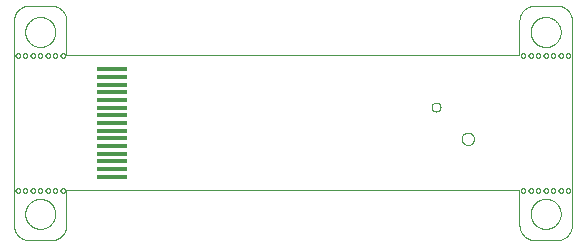
<source format=gbp>
G75*
%MOIN*%
%OFA0B0*%
%FSLAX25Y25*%
%IPPOS*%
%LPD*%
%AMOC8*
5,1,8,0,0,1.08239X$1,22.5*
%
%ADD10C,0.00000*%
%ADD11R,0.10236X0.01378*%
D10*
X0044428Y0032371D02*
X0044428Y0100496D01*
X0044430Y0100636D01*
X0044436Y0100776D01*
X0044446Y0100916D01*
X0044459Y0101056D01*
X0044477Y0101195D01*
X0044499Y0101334D01*
X0044524Y0101471D01*
X0044553Y0101609D01*
X0044586Y0101745D01*
X0044623Y0101880D01*
X0044664Y0102014D01*
X0044709Y0102147D01*
X0044757Y0102279D01*
X0044809Y0102409D01*
X0044864Y0102538D01*
X0044923Y0102665D01*
X0044986Y0102791D01*
X0045052Y0102915D01*
X0045121Y0103036D01*
X0045194Y0103156D01*
X0045271Y0103274D01*
X0045350Y0103389D01*
X0045433Y0103503D01*
X0045519Y0103613D01*
X0045608Y0103722D01*
X0045700Y0103828D01*
X0045795Y0103931D01*
X0045892Y0104032D01*
X0045993Y0104129D01*
X0046096Y0104224D01*
X0046202Y0104316D01*
X0046311Y0104405D01*
X0046421Y0104491D01*
X0046535Y0104574D01*
X0046650Y0104653D01*
X0046768Y0104730D01*
X0046888Y0104803D01*
X0047009Y0104872D01*
X0047133Y0104938D01*
X0047259Y0105001D01*
X0047386Y0105060D01*
X0047515Y0105115D01*
X0047645Y0105167D01*
X0047777Y0105215D01*
X0047910Y0105260D01*
X0048044Y0105301D01*
X0048179Y0105338D01*
X0048315Y0105371D01*
X0048453Y0105400D01*
X0048590Y0105425D01*
X0048729Y0105447D01*
X0048868Y0105465D01*
X0049008Y0105478D01*
X0049148Y0105488D01*
X0049288Y0105494D01*
X0049428Y0105496D01*
X0056928Y0105496D01*
X0057068Y0105494D01*
X0057208Y0105488D01*
X0057348Y0105478D01*
X0057488Y0105465D01*
X0057627Y0105447D01*
X0057766Y0105425D01*
X0057903Y0105400D01*
X0058041Y0105371D01*
X0058177Y0105338D01*
X0058312Y0105301D01*
X0058446Y0105260D01*
X0058579Y0105215D01*
X0058711Y0105167D01*
X0058841Y0105115D01*
X0058970Y0105060D01*
X0059097Y0105001D01*
X0059223Y0104938D01*
X0059347Y0104872D01*
X0059468Y0104803D01*
X0059588Y0104730D01*
X0059706Y0104653D01*
X0059821Y0104574D01*
X0059935Y0104491D01*
X0060045Y0104405D01*
X0060154Y0104316D01*
X0060260Y0104224D01*
X0060363Y0104129D01*
X0060464Y0104032D01*
X0060561Y0103931D01*
X0060656Y0103828D01*
X0060748Y0103722D01*
X0060837Y0103613D01*
X0060923Y0103503D01*
X0061006Y0103389D01*
X0061085Y0103274D01*
X0061162Y0103156D01*
X0061235Y0103036D01*
X0061304Y0102915D01*
X0061370Y0102791D01*
X0061433Y0102665D01*
X0061492Y0102538D01*
X0061547Y0102409D01*
X0061599Y0102279D01*
X0061647Y0102147D01*
X0061692Y0102014D01*
X0061733Y0101880D01*
X0061770Y0101745D01*
X0061803Y0101609D01*
X0061832Y0101471D01*
X0061857Y0101334D01*
X0061879Y0101195D01*
X0061897Y0101056D01*
X0061910Y0100916D01*
X0061920Y0100776D01*
X0061926Y0100636D01*
X0061928Y0100496D01*
X0061928Y0088933D01*
X0212928Y0088933D01*
X0212928Y0100496D01*
X0212930Y0100636D01*
X0212936Y0100776D01*
X0212946Y0100916D01*
X0212959Y0101056D01*
X0212977Y0101195D01*
X0212999Y0101334D01*
X0213024Y0101471D01*
X0213053Y0101609D01*
X0213086Y0101745D01*
X0213123Y0101880D01*
X0213164Y0102014D01*
X0213209Y0102147D01*
X0213257Y0102279D01*
X0213309Y0102409D01*
X0213364Y0102538D01*
X0213423Y0102665D01*
X0213486Y0102791D01*
X0213552Y0102915D01*
X0213621Y0103036D01*
X0213694Y0103156D01*
X0213771Y0103274D01*
X0213850Y0103389D01*
X0213933Y0103503D01*
X0214019Y0103613D01*
X0214108Y0103722D01*
X0214200Y0103828D01*
X0214295Y0103931D01*
X0214392Y0104032D01*
X0214493Y0104129D01*
X0214596Y0104224D01*
X0214702Y0104316D01*
X0214811Y0104405D01*
X0214921Y0104491D01*
X0215035Y0104574D01*
X0215150Y0104653D01*
X0215268Y0104730D01*
X0215388Y0104803D01*
X0215509Y0104872D01*
X0215633Y0104938D01*
X0215759Y0105001D01*
X0215886Y0105060D01*
X0216015Y0105115D01*
X0216145Y0105167D01*
X0216277Y0105215D01*
X0216410Y0105260D01*
X0216544Y0105301D01*
X0216679Y0105338D01*
X0216815Y0105371D01*
X0216953Y0105400D01*
X0217090Y0105425D01*
X0217229Y0105447D01*
X0217368Y0105465D01*
X0217508Y0105478D01*
X0217648Y0105488D01*
X0217788Y0105494D01*
X0217928Y0105496D01*
X0225428Y0105496D01*
X0225568Y0105494D01*
X0225708Y0105488D01*
X0225848Y0105478D01*
X0225988Y0105465D01*
X0226127Y0105447D01*
X0226266Y0105425D01*
X0226403Y0105400D01*
X0226541Y0105371D01*
X0226677Y0105338D01*
X0226812Y0105301D01*
X0226946Y0105260D01*
X0227079Y0105215D01*
X0227211Y0105167D01*
X0227341Y0105115D01*
X0227470Y0105060D01*
X0227597Y0105001D01*
X0227723Y0104938D01*
X0227847Y0104872D01*
X0227968Y0104803D01*
X0228088Y0104730D01*
X0228206Y0104653D01*
X0228321Y0104574D01*
X0228435Y0104491D01*
X0228545Y0104405D01*
X0228654Y0104316D01*
X0228760Y0104224D01*
X0228863Y0104129D01*
X0228964Y0104032D01*
X0229061Y0103931D01*
X0229156Y0103828D01*
X0229248Y0103722D01*
X0229337Y0103613D01*
X0229423Y0103503D01*
X0229506Y0103389D01*
X0229585Y0103274D01*
X0229662Y0103156D01*
X0229735Y0103036D01*
X0229804Y0102915D01*
X0229870Y0102791D01*
X0229933Y0102665D01*
X0229992Y0102538D01*
X0230047Y0102409D01*
X0230099Y0102279D01*
X0230147Y0102147D01*
X0230192Y0102014D01*
X0230233Y0101880D01*
X0230270Y0101745D01*
X0230303Y0101609D01*
X0230332Y0101471D01*
X0230357Y0101334D01*
X0230379Y0101195D01*
X0230397Y0101056D01*
X0230410Y0100916D01*
X0230420Y0100776D01*
X0230426Y0100636D01*
X0230428Y0100496D01*
X0230428Y0032371D01*
X0230426Y0032231D01*
X0230420Y0032091D01*
X0230410Y0031951D01*
X0230397Y0031811D01*
X0230379Y0031672D01*
X0230357Y0031533D01*
X0230332Y0031396D01*
X0230303Y0031258D01*
X0230270Y0031122D01*
X0230233Y0030987D01*
X0230192Y0030853D01*
X0230147Y0030720D01*
X0230099Y0030588D01*
X0230047Y0030458D01*
X0229992Y0030329D01*
X0229933Y0030202D01*
X0229870Y0030076D01*
X0229804Y0029952D01*
X0229735Y0029831D01*
X0229662Y0029711D01*
X0229585Y0029593D01*
X0229506Y0029478D01*
X0229423Y0029364D01*
X0229337Y0029254D01*
X0229248Y0029145D01*
X0229156Y0029039D01*
X0229061Y0028936D01*
X0228964Y0028835D01*
X0228863Y0028738D01*
X0228760Y0028643D01*
X0228654Y0028551D01*
X0228545Y0028462D01*
X0228435Y0028376D01*
X0228321Y0028293D01*
X0228206Y0028214D01*
X0228088Y0028137D01*
X0227968Y0028064D01*
X0227847Y0027995D01*
X0227723Y0027929D01*
X0227597Y0027866D01*
X0227470Y0027807D01*
X0227341Y0027752D01*
X0227211Y0027700D01*
X0227079Y0027652D01*
X0226946Y0027607D01*
X0226812Y0027566D01*
X0226677Y0027529D01*
X0226541Y0027496D01*
X0226403Y0027467D01*
X0226266Y0027442D01*
X0226127Y0027420D01*
X0225988Y0027402D01*
X0225848Y0027389D01*
X0225708Y0027379D01*
X0225568Y0027373D01*
X0225428Y0027371D01*
X0217928Y0027371D01*
X0217788Y0027373D01*
X0217648Y0027379D01*
X0217508Y0027389D01*
X0217368Y0027402D01*
X0217229Y0027420D01*
X0217090Y0027442D01*
X0216953Y0027467D01*
X0216815Y0027496D01*
X0216679Y0027529D01*
X0216544Y0027566D01*
X0216410Y0027607D01*
X0216277Y0027652D01*
X0216145Y0027700D01*
X0216015Y0027752D01*
X0215886Y0027807D01*
X0215759Y0027866D01*
X0215633Y0027929D01*
X0215509Y0027995D01*
X0215388Y0028064D01*
X0215268Y0028137D01*
X0215150Y0028214D01*
X0215035Y0028293D01*
X0214921Y0028376D01*
X0214811Y0028462D01*
X0214702Y0028551D01*
X0214596Y0028643D01*
X0214493Y0028738D01*
X0214392Y0028835D01*
X0214295Y0028936D01*
X0214200Y0029039D01*
X0214108Y0029145D01*
X0214019Y0029254D01*
X0213933Y0029364D01*
X0213850Y0029478D01*
X0213771Y0029593D01*
X0213694Y0029711D01*
X0213621Y0029831D01*
X0213552Y0029952D01*
X0213486Y0030076D01*
X0213423Y0030202D01*
X0213364Y0030329D01*
X0213309Y0030458D01*
X0213257Y0030588D01*
X0213209Y0030720D01*
X0213164Y0030853D01*
X0213123Y0030987D01*
X0213086Y0031122D01*
X0213053Y0031258D01*
X0213024Y0031396D01*
X0212999Y0031533D01*
X0212977Y0031672D01*
X0212959Y0031811D01*
X0212946Y0031951D01*
X0212936Y0032091D01*
X0212930Y0032231D01*
X0212928Y0032371D01*
X0212928Y0043933D01*
X0061928Y0043933D01*
X0061928Y0032371D01*
X0061926Y0032231D01*
X0061920Y0032091D01*
X0061910Y0031951D01*
X0061897Y0031811D01*
X0061879Y0031672D01*
X0061857Y0031533D01*
X0061832Y0031396D01*
X0061803Y0031258D01*
X0061770Y0031122D01*
X0061733Y0030987D01*
X0061692Y0030853D01*
X0061647Y0030720D01*
X0061599Y0030588D01*
X0061547Y0030458D01*
X0061492Y0030329D01*
X0061433Y0030202D01*
X0061370Y0030076D01*
X0061304Y0029952D01*
X0061235Y0029831D01*
X0061162Y0029711D01*
X0061085Y0029593D01*
X0061006Y0029478D01*
X0060923Y0029364D01*
X0060837Y0029254D01*
X0060748Y0029145D01*
X0060656Y0029039D01*
X0060561Y0028936D01*
X0060464Y0028835D01*
X0060363Y0028738D01*
X0060260Y0028643D01*
X0060154Y0028551D01*
X0060045Y0028462D01*
X0059935Y0028376D01*
X0059821Y0028293D01*
X0059706Y0028214D01*
X0059588Y0028137D01*
X0059468Y0028064D01*
X0059347Y0027995D01*
X0059223Y0027929D01*
X0059097Y0027866D01*
X0058970Y0027807D01*
X0058841Y0027752D01*
X0058711Y0027700D01*
X0058579Y0027652D01*
X0058446Y0027607D01*
X0058312Y0027566D01*
X0058177Y0027529D01*
X0058041Y0027496D01*
X0057903Y0027467D01*
X0057766Y0027442D01*
X0057627Y0027420D01*
X0057488Y0027402D01*
X0057348Y0027389D01*
X0057208Y0027379D01*
X0057068Y0027373D01*
X0056928Y0027371D01*
X0049428Y0027371D01*
X0049288Y0027373D01*
X0049148Y0027379D01*
X0049008Y0027389D01*
X0048868Y0027402D01*
X0048729Y0027420D01*
X0048590Y0027442D01*
X0048453Y0027467D01*
X0048315Y0027496D01*
X0048179Y0027529D01*
X0048044Y0027566D01*
X0047910Y0027607D01*
X0047777Y0027652D01*
X0047645Y0027700D01*
X0047515Y0027752D01*
X0047386Y0027807D01*
X0047259Y0027866D01*
X0047133Y0027929D01*
X0047009Y0027995D01*
X0046888Y0028064D01*
X0046768Y0028137D01*
X0046650Y0028214D01*
X0046535Y0028293D01*
X0046421Y0028376D01*
X0046311Y0028462D01*
X0046202Y0028551D01*
X0046096Y0028643D01*
X0045993Y0028738D01*
X0045892Y0028835D01*
X0045795Y0028936D01*
X0045700Y0029039D01*
X0045608Y0029145D01*
X0045519Y0029254D01*
X0045433Y0029364D01*
X0045350Y0029478D01*
X0045271Y0029593D01*
X0045194Y0029711D01*
X0045121Y0029831D01*
X0045052Y0029952D01*
X0044986Y0030076D01*
X0044923Y0030202D01*
X0044864Y0030329D01*
X0044809Y0030458D01*
X0044757Y0030588D01*
X0044709Y0030720D01*
X0044664Y0030853D01*
X0044623Y0030987D01*
X0044586Y0031122D01*
X0044553Y0031258D01*
X0044524Y0031396D01*
X0044499Y0031533D01*
X0044477Y0031672D01*
X0044459Y0031811D01*
X0044446Y0031951D01*
X0044436Y0032091D01*
X0044430Y0032231D01*
X0044428Y0032371D01*
X0048178Y0036121D02*
X0048180Y0036262D01*
X0048186Y0036403D01*
X0048196Y0036543D01*
X0048210Y0036683D01*
X0048228Y0036823D01*
X0048249Y0036962D01*
X0048275Y0037101D01*
X0048304Y0037239D01*
X0048338Y0037375D01*
X0048375Y0037511D01*
X0048416Y0037646D01*
X0048461Y0037780D01*
X0048510Y0037912D01*
X0048562Y0038043D01*
X0048618Y0038172D01*
X0048678Y0038299D01*
X0048741Y0038425D01*
X0048807Y0038549D01*
X0048878Y0038672D01*
X0048951Y0038792D01*
X0049028Y0038910D01*
X0049108Y0039026D01*
X0049192Y0039139D01*
X0049278Y0039250D01*
X0049368Y0039359D01*
X0049461Y0039465D01*
X0049556Y0039568D01*
X0049655Y0039669D01*
X0049756Y0039767D01*
X0049860Y0039862D01*
X0049967Y0039954D01*
X0050076Y0040043D01*
X0050188Y0040128D01*
X0050302Y0040211D01*
X0050418Y0040291D01*
X0050537Y0040367D01*
X0050658Y0040439D01*
X0050780Y0040509D01*
X0050905Y0040574D01*
X0051031Y0040637D01*
X0051159Y0040695D01*
X0051289Y0040750D01*
X0051420Y0040802D01*
X0051553Y0040849D01*
X0051687Y0040893D01*
X0051822Y0040934D01*
X0051958Y0040970D01*
X0052095Y0041002D01*
X0052233Y0041031D01*
X0052371Y0041056D01*
X0052511Y0041076D01*
X0052651Y0041093D01*
X0052791Y0041106D01*
X0052932Y0041115D01*
X0053072Y0041120D01*
X0053213Y0041121D01*
X0053354Y0041118D01*
X0053495Y0041111D01*
X0053635Y0041100D01*
X0053775Y0041085D01*
X0053915Y0041066D01*
X0054054Y0041044D01*
X0054192Y0041017D01*
X0054330Y0040987D01*
X0054466Y0040952D01*
X0054602Y0040914D01*
X0054736Y0040872D01*
X0054870Y0040826D01*
X0055002Y0040777D01*
X0055132Y0040723D01*
X0055261Y0040666D01*
X0055388Y0040606D01*
X0055514Y0040542D01*
X0055637Y0040474D01*
X0055759Y0040403D01*
X0055879Y0040329D01*
X0055996Y0040251D01*
X0056111Y0040170D01*
X0056224Y0040086D01*
X0056335Y0039999D01*
X0056443Y0039908D01*
X0056548Y0039815D01*
X0056651Y0039718D01*
X0056751Y0039619D01*
X0056848Y0039517D01*
X0056942Y0039412D01*
X0057033Y0039305D01*
X0057121Y0039195D01*
X0057206Y0039083D01*
X0057288Y0038968D01*
X0057367Y0038851D01*
X0057442Y0038732D01*
X0057514Y0038611D01*
X0057582Y0038488D01*
X0057647Y0038363D01*
X0057709Y0038236D01*
X0057766Y0038107D01*
X0057821Y0037977D01*
X0057871Y0037846D01*
X0057918Y0037713D01*
X0057961Y0037579D01*
X0058000Y0037443D01*
X0058035Y0037307D01*
X0058067Y0037170D01*
X0058094Y0037032D01*
X0058118Y0036893D01*
X0058138Y0036753D01*
X0058154Y0036613D01*
X0058166Y0036473D01*
X0058174Y0036332D01*
X0058178Y0036191D01*
X0058178Y0036051D01*
X0058174Y0035910D01*
X0058166Y0035769D01*
X0058154Y0035629D01*
X0058138Y0035489D01*
X0058118Y0035349D01*
X0058094Y0035210D01*
X0058067Y0035072D01*
X0058035Y0034935D01*
X0058000Y0034799D01*
X0057961Y0034663D01*
X0057918Y0034529D01*
X0057871Y0034396D01*
X0057821Y0034265D01*
X0057766Y0034135D01*
X0057709Y0034006D01*
X0057647Y0033879D01*
X0057582Y0033754D01*
X0057514Y0033631D01*
X0057442Y0033510D01*
X0057367Y0033391D01*
X0057288Y0033274D01*
X0057206Y0033159D01*
X0057121Y0033047D01*
X0057033Y0032937D01*
X0056942Y0032830D01*
X0056848Y0032725D01*
X0056751Y0032623D01*
X0056651Y0032524D01*
X0056548Y0032427D01*
X0056443Y0032334D01*
X0056335Y0032243D01*
X0056224Y0032156D01*
X0056111Y0032072D01*
X0055996Y0031991D01*
X0055879Y0031913D01*
X0055759Y0031839D01*
X0055637Y0031768D01*
X0055514Y0031700D01*
X0055388Y0031636D01*
X0055261Y0031576D01*
X0055132Y0031519D01*
X0055002Y0031465D01*
X0054870Y0031416D01*
X0054736Y0031370D01*
X0054602Y0031328D01*
X0054466Y0031290D01*
X0054330Y0031255D01*
X0054192Y0031225D01*
X0054054Y0031198D01*
X0053915Y0031176D01*
X0053775Y0031157D01*
X0053635Y0031142D01*
X0053495Y0031131D01*
X0053354Y0031124D01*
X0053213Y0031121D01*
X0053072Y0031122D01*
X0052932Y0031127D01*
X0052791Y0031136D01*
X0052651Y0031149D01*
X0052511Y0031166D01*
X0052371Y0031186D01*
X0052233Y0031211D01*
X0052095Y0031240D01*
X0051958Y0031272D01*
X0051822Y0031308D01*
X0051687Y0031349D01*
X0051553Y0031393D01*
X0051420Y0031440D01*
X0051289Y0031492D01*
X0051159Y0031547D01*
X0051031Y0031605D01*
X0050905Y0031668D01*
X0050780Y0031733D01*
X0050658Y0031803D01*
X0050537Y0031875D01*
X0050418Y0031951D01*
X0050302Y0032031D01*
X0050188Y0032114D01*
X0050076Y0032199D01*
X0049967Y0032288D01*
X0049860Y0032380D01*
X0049756Y0032475D01*
X0049655Y0032573D01*
X0049556Y0032674D01*
X0049461Y0032777D01*
X0049368Y0032883D01*
X0049278Y0032992D01*
X0049192Y0033103D01*
X0049108Y0033216D01*
X0049028Y0033332D01*
X0048951Y0033450D01*
X0048878Y0033570D01*
X0048807Y0033693D01*
X0048741Y0033817D01*
X0048678Y0033943D01*
X0048618Y0034070D01*
X0048562Y0034199D01*
X0048510Y0034330D01*
X0048461Y0034462D01*
X0048416Y0034596D01*
X0048375Y0034731D01*
X0048338Y0034867D01*
X0048304Y0035003D01*
X0048275Y0035141D01*
X0048249Y0035280D01*
X0048228Y0035419D01*
X0048210Y0035559D01*
X0048196Y0035699D01*
X0048186Y0035839D01*
X0048180Y0035980D01*
X0048178Y0036121D01*
X0047428Y0043933D02*
X0047430Y0043987D01*
X0047436Y0044041D01*
X0047446Y0044094D01*
X0047459Y0044147D01*
X0047476Y0044198D01*
X0047497Y0044248D01*
X0047522Y0044296D01*
X0047550Y0044343D01*
X0047581Y0044387D01*
X0047615Y0044429D01*
X0047652Y0044468D01*
X0047692Y0044505D01*
X0047735Y0044538D01*
X0047780Y0044569D01*
X0047827Y0044596D01*
X0047875Y0044619D01*
X0047926Y0044639D01*
X0047977Y0044656D01*
X0048030Y0044668D01*
X0048083Y0044677D01*
X0048137Y0044682D01*
X0048192Y0044683D01*
X0048246Y0044680D01*
X0048299Y0044673D01*
X0048352Y0044662D01*
X0048405Y0044648D01*
X0048456Y0044630D01*
X0048505Y0044608D01*
X0048553Y0044583D01*
X0048599Y0044554D01*
X0048643Y0044522D01*
X0048684Y0044487D01*
X0048722Y0044449D01*
X0048758Y0044408D01*
X0048791Y0044365D01*
X0048821Y0044320D01*
X0048847Y0044272D01*
X0048870Y0044223D01*
X0048889Y0044172D01*
X0048904Y0044121D01*
X0048916Y0044068D01*
X0048924Y0044014D01*
X0048928Y0043960D01*
X0048928Y0043906D01*
X0048924Y0043852D01*
X0048916Y0043798D01*
X0048904Y0043745D01*
X0048889Y0043694D01*
X0048870Y0043643D01*
X0048847Y0043594D01*
X0048821Y0043546D01*
X0048791Y0043501D01*
X0048758Y0043458D01*
X0048722Y0043417D01*
X0048684Y0043379D01*
X0048643Y0043344D01*
X0048599Y0043312D01*
X0048553Y0043283D01*
X0048505Y0043258D01*
X0048456Y0043236D01*
X0048405Y0043218D01*
X0048352Y0043204D01*
X0048299Y0043193D01*
X0048246Y0043186D01*
X0048192Y0043183D01*
X0048137Y0043184D01*
X0048083Y0043189D01*
X0048030Y0043198D01*
X0047977Y0043210D01*
X0047926Y0043227D01*
X0047875Y0043247D01*
X0047827Y0043270D01*
X0047780Y0043297D01*
X0047735Y0043328D01*
X0047692Y0043361D01*
X0047652Y0043398D01*
X0047615Y0043437D01*
X0047581Y0043479D01*
X0047550Y0043523D01*
X0047522Y0043570D01*
X0047497Y0043618D01*
X0047476Y0043668D01*
X0047459Y0043719D01*
X0047446Y0043772D01*
X0047436Y0043825D01*
X0047430Y0043879D01*
X0047428Y0043933D01*
X0044928Y0043933D02*
X0044930Y0043987D01*
X0044936Y0044041D01*
X0044946Y0044094D01*
X0044959Y0044147D01*
X0044976Y0044198D01*
X0044997Y0044248D01*
X0045022Y0044296D01*
X0045050Y0044343D01*
X0045081Y0044387D01*
X0045115Y0044429D01*
X0045152Y0044468D01*
X0045192Y0044505D01*
X0045235Y0044538D01*
X0045280Y0044569D01*
X0045327Y0044596D01*
X0045375Y0044619D01*
X0045426Y0044639D01*
X0045477Y0044656D01*
X0045530Y0044668D01*
X0045583Y0044677D01*
X0045637Y0044682D01*
X0045692Y0044683D01*
X0045746Y0044680D01*
X0045799Y0044673D01*
X0045852Y0044662D01*
X0045905Y0044648D01*
X0045956Y0044630D01*
X0046005Y0044608D01*
X0046053Y0044583D01*
X0046099Y0044554D01*
X0046143Y0044522D01*
X0046184Y0044487D01*
X0046222Y0044449D01*
X0046258Y0044408D01*
X0046291Y0044365D01*
X0046321Y0044320D01*
X0046347Y0044272D01*
X0046370Y0044223D01*
X0046389Y0044172D01*
X0046404Y0044121D01*
X0046416Y0044068D01*
X0046424Y0044014D01*
X0046428Y0043960D01*
X0046428Y0043906D01*
X0046424Y0043852D01*
X0046416Y0043798D01*
X0046404Y0043745D01*
X0046389Y0043694D01*
X0046370Y0043643D01*
X0046347Y0043594D01*
X0046321Y0043546D01*
X0046291Y0043501D01*
X0046258Y0043458D01*
X0046222Y0043417D01*
X0046184Y0043379D01*
X0046143Y0043344D01*
X0046099Y0043312D01*
X0046053Y0043283D01*
X0046005Y0043258D01*
X0045956Y0043236D01*
X0045905Y0043218D01*
X0045852Y0043204D01*
X0045799Y0043193D01*
X0045746Y0043186D01*
X0045692Y0043183D01*
X0045637Y0043184D01*
X0045583Y0043189D01*
X0045530Y0043198D01*
X0045477Y0043210D01*
X0045426Y0043227D01*
X0045375Y0043247D01*
X0045327Y0043270D01*
X0045280Y0043297D01*
X0045235Y0043328D01*
X0045192Y0043361D01*
X0045152Y0043398D01*
X0045115Y0043437D01*
X0045081Y0043479D01*
X0045050Y0043523D01*
X0045022Y0043570D01*
X0044997Y0043618D01*
X0044976Y0043668D01*
X0044959Y0043719D01*
X0044946Y0043772D01*
X0044936Y0043825D01*
X0044930Y0043879D01*
X0044928Y0043933D01*
X0049928Y0043933D02*
X0049930Y0043987D01*
X0049936Y0044041D01*
X0049946Y0044094D01*
X0049959Y0044147D01*
X0049976Y0044198D01*
X0049997Y0044248D01*
X0050022Y0044296D01*
X0050050Y0044343D01*
X0050081Y0044387D01*
X0050115Y0044429D01*
X0050152Y0044468D01*
X0050192Y0044505D01*
X0050235Y0044538D01*
X0050280Y0044569D01*
X0050327Y0044596D01*
X0050375Y0044619D01*
X0050426Y0044639D01*
X0050477Y0044656D01*
X0050530Y0044668D01*
X0050583Y0044677D01*
X0050637Y0044682D01*
X0050692Y0044683D01*
X0050746Y0044680D01*
X0050799Y0044673D01*
X0050852Y0044662D01*
X0050905Y0044648D01*
X0050956Y0044630D01*
X0051005Y0044608D01*
X0051053Y0044583D01*
X0051099Y0044554D01*
X0051143Y0044522D01*
X0051184Y0044487D01*
X0051222Y0044449D01*
X0051258Y0044408D01*
X0051291Y0044365D01*
X0051321Y0044320D01*
X0051347Y0044272D01*
X0051370Y0044223D01*
X0051389Y0044172D01*
X0051404Y0044121D01*
X0051416Y0044068D01*
X0051424Y0044014D01*
X0051428Y0043960D01*
X0051428Y0043906D01*
X0051424Y0043852D01*
X0051416Y0043798D01*
X0051404Y0043745D01*
X0051389Y0043694D01*
X0051370Y0043643D01*
X0051347Y0043594D01*
X0051321Y0043546D01*
X0051291Y0043501D01*
X0051258Y0043458D01*
X0051222Y0043417D01*
X0051184Y0043379D01*
X0051143Y0043344D01*
X0051099Y0043312D01*
X0051053Y0043283D01*
X0051005Y0043258D01*
X0050956Y0043236D01*
X0050905Y0043218D01*
X0050852Y0043204D01*
X0050799Y0043193D01*
X0050746Y0043186D01*
X0050692Y0043183D01*
X0050637Y0043184D01*
X0050583Y0043189D01*
X0050530Y0043198D01*
X0050477Y0043210D01*
X0050426Y0043227D01*
X0050375Y0043247D01*
X0050327Y0043270D01*
X0050280Y0043297D01*
X0050235Y0043328D01*
X0050192Y0043361D01*
X0050152Y0043398D01*
X0050115Y0043437D01*
X0050081Y0043479D01*
X0050050Y0043523D01*
X0050022Y0043570D01*
X0049997Y0043618D01*
X0049976Y0043668D01*
X0049959Y0043719D01*
X0049946Y0043772D01*
X0049936Y0043825D01*
X0049930Y0043879D01*
X0049928Y0043933D01*
X0052428Y0043933D02*
X0052430Y0043987D01*
X0052436Y0044041D01*
X0052446Y0044094D01*
X0052459Y0044147D01*
X0052476Y0044198D01*
X0052497Y0044248D01*
X0052522Y0044296D01*
X0052550Y0044343D01*
X0052581Y0044387D01*
X0052615Y0044429D01*
X0052652Y0044468D01*
X0052692Y0044505D01*
X0052735Y0044538D01*
X0052780Y0044569D01*
X0052827Y0044596D01*
X0052875Y0044619D01*
X0052926Y0044639D01*
X0052977Y0044656D01*
X0053030Y0044668D01*
X0053083Y0044677D01*
X0053137Y0044682D01*
X0053192Y0044683D01*
X0053246Y0044680D01*
X0053299Y0044673D01*
X0053352Y0044662D01*
X0053405Y0044648D01*
X0053456Y0044630D01*
X0053505Y0044608D01*
X0053553Y0044583D01*
X0053599Y0044554D01*
X0053643Y0044522D01*
X0053684Y0044487D01*
X0053722Y0044449D01*
X0053758Y0044408D01*
X0053791Y0044365D01*
X0053821Y0044320D01*
X0053847Y0044272D01*
X0053870Y0044223D01*
X0053889Y0044172D01*
X0053904Y0044121D01*
X0053916Y0044068D01*
X0053924Y0044014D01*
X0053928Y0043960D01*
X0053928Y0043906D01*
X0053924Y0043852D01*
X0053916Y0043798D01*
X0053904Y0043745D01*
X0053889Y0043694D01*
X0053870Y0043643D01*
X0053847Y0043594D01*
X0053821Y0043546D01*
X0053791Y0043501D01*
X0053758Y0043458D01*
X0053722Y0043417D01*
X0053684Y0043379D01*
X0053643Y0043344D01*
X0053599Y0043312D01*
X0053553Y0043283D01*
X0053505Y0043258D01*
X0053456Y0043236D01*
X0053405Y0043218D01*
X0053352Y0043204D01*
X0053299Y0043193D01*
X0053246Y0043186D01*
X0053192Y0043183D01*
X0053137Y0043184D01*
X0053083Y0043189D01*
X0053030Y0043198D01*
X0052977Y0043210D01*
X0052926Y0043227D01*
X0052875Y0043247D01*
X0052827Y0043270D01*
X0052780Y0043297D01*
X0052735Y0043328D01*
X0052692Y0043361D01*
X0052652Y0043398D01*
X0052615Y0043437D01*
X0052581Y0043479D01*
X0052550Y0043523D01*
X0052522Y0043570D01*
X0052497Y0043618D01*
X0052476Y0043668D01*
X0052459Y0043719D01*
X0052446Y0043772D01*
X0052436Y0043825D01*
X0052430Y0043879D01*
X0052428Y0043933D01*
X0054928Y0043933D02*
X0054930Y0043987D01*
X0054936Y0044041D01*
X0054946Y0044094D01*
X0054959Y0044147D01*
X0054976Y0044198D01*
X0054997Y0044248D01*
X0055022Y0044296D01*
X0055050Y0044343D01*
X0055081Y0044387D01*
X0055115Y0044429D01*
X0055152Y0044468D01*
X0055192Y0044505D01*
X0055235Y0044538D01*
X0055280Y0044569D01*
X0055327Y0044596D01*
X0055375Y0044619D01*
X0055426Y0044639D01*
X0055477Y0044656D01*
X0055530Y0044668D01*
X0055583Y0044677D01*
X0055637Y0044682D01*
X0055692Y0044683D01*
X0055746Y0044680D01*
X0055799Y0044673D01*
X0055852Y0044662D01*
X0055905Y0044648D01*
X0055956Y0044630D01*
X0056005Y0044608D01*
X0056053Y0044583D01*
X0056099Y0044554D01*
X0056143Y0044522D01*
X0056184Y0044487D01*
X0056222Y0044449D01*
X0056258Y0044408D01*
X0056291Y0044365D01*
X0056321Y0044320D01*
X0056347Y0044272D01*
X0056370Y0044223D01*
X0056389Y0044172D01*
X0056404Y0044121D01*
X0056416Y0044068D01*
X0056424Y0044014D01*
X0056428Y0043960D01*
X0056428Y0043906D01*
X0056424Y0043852D01*
X0056416Y0043798D01*
X0056404Y0043745D01*
X0056389Y0043694D01*
X0056370Y0043643D01*
X0056347Y0043594D01*
X0056321Y0043546D01*
X0056291Y0043501D01*
X0056258Y0043458D01*
X0056222Y0043417D01*
X0056184Y0043379D01*
X0056143Y0043344D01*
X0056099Y0043312D01*
X0056053Y0043283D01*
X0056005Y0043258D01*
X0055956Y0043236D01*
X0055905Y0043218D01*
X0055852Y0043204D01*
X0055799Y0043193D01*
X0055746Y0043186D01*
X0055692Y0043183D01*
X0055637Y0043184D01*
X0055583Y0043189D01*
X0055530Y0043198D01*
X0055477Y0043210D01*
X0055426Y0043227D01*
X0055375Y0043247D01*
X0055327Y0043270D01*
X0055280Y0043297D01*
X0055235Y0043328D01*
X0055192Y0043361D01*
X0055152Y0043398D01*
X0055115Y0043437D01*
X0055081Y0043479D01*
X0055050Y0043523D01*
X0055022Y0043570D01*
X0054997Y0043618D01*
X0054976Y0043668D01*
X0054959Y0043719D01*
X0054946Y0043772D01*
X0054936Y0043825D01*
X0054930Y0043879D01*
X0054928Y0043933D01*
X0057428Y0043933D02*
X0057430Y0043987D01*
X0057436Y0044041D01*
X0057446Y0044094D01*
X0057459Y0044147D01*
X0057476Y0044198D01*
X0057497Y0044248D01*
X0057522Y0044296D01*
X0057550Y0044343D01*
X0057581Y0044387D01*
X0057615Y0044429D01*
X0057652Y0044468D01*
X0057692Y0044505D01*
X0057735Y0044538D01*
X0057780Y0044569D01*
X0057827Y0044596D01*
X0057875Y0044619D01*
X0057926Y0044639D01*
X0057977Y0044656D01*
X0058030Y0044668D01*
X0058083Y0044677D01*
X0058137Y0044682D01*
X0058192Y0044683D01*
X0058246Y0044680D01*
X0058299Y0044673D01*
X0058352Y0044662D01*
X0058405Y0044648D01*
X0058456Y0044630D01*
X0058505Y0044608D01*
X0058553Y0044583D01*
X0058599Y0044554D01*
X0058643Y0044522D01*
X0058684Y0044487D01*
X0058722Y0044449D01*
X0058758Y0044408D01*
X0058791Y0044365D01*
X0058821Y0044320D01*
X0058847Y0044272D01*
X0058870Y0044223D01*
X0058889Y0044172D01*
X0058904Y0044121D01*
X0058916Y0044068D01*
X0058924Y0044014D01*
X0058928Y0043960D01*
X0058928Y0043906D01*
X0058924Y0043852D01*
X0058916Y0043798D01*
X0058904Y0043745D01*
X0058889Y0043694D01*
X0058870Y0043643D01*
X0058847Y0043594D01*
X0058821Y0043546D01*
X0058791Y0043501D01*
X0058758Y0043458D01*
X0058722Y0043417D01*
X0058684Y0043379D01*
X0058643Y0043344D01*
X0058599Y0043312D01*
X0058553Y0043283D01*
X0058505Y0043258D01*
X0058456Y0043236D01*
X0058405Y0043218D01*
X0058352Y0043204D01*
X0058299Y0043193D01*
X0058246Y0043186D01*
X0058192Y0043183D01*
X0058137Y0043184D01*
X0058083Y0043189D01*
X0058030Y0043198D01*
X0057977Y0043210D01*
X0057926Y0043227D01*
X0057875Y0043247D01*
X0057827Y0043270D01*
X0057780Y0043297D01*
X0057735Y0043328D01*
X0057692Y0043361D01*
X0057652Y0043398D01*
X0057615Y0043437D01*
X0057581Y0043479D01*
X0057550Y0043523D01*
X0057522Y0043570D01*
X0057497Y0043618D01*
X0057476Y0043668D01*
X0057459Y0043719D01*
X0057446Y0043772D01*
X0057436Y0043825D01*
X0057430Y0043879D01*
X0057428Y0043933D01*
X0059928Y0043933D02*
X0059930Y0043987D01*
X0059936Y0044041D01*
X0059946Y0044094D01*
X0059959Y0044147D01*
X0059976Y0044198D01*
X0059997Y0044248D01*
X0060022Y0044296D01*
X0060050Y0044343D01*
X0060081Y0044387D01*
X0060115Y0044429D01*
X0060152Y0044468D01*
X0060192Y0044505D01*
X0060235Y0044538D01*
X0060280Y0044569D01*
X0060327Y0044596D01*
X0060375Y0044619D01*
X0060426Y0044639D01*
X0060477Y0044656D01*
X0060530Y0044668D01*
X0060583Y0044677D01*
X0060637Y0044682D01*
X0060692Y0044683D01*
X0060746Y0044680D01*
X0060799Y0044673D01*
X0060852Y0044662D01*
X0060905Y0044648D01*
X0060956Y0044630D01*
X0061005Y0044608D01*
X0061053Y0044583D01*
X0061099Y0044554D01*
X0061143Y0044522D01*
X0061184Y0044487D01*
X0061222Y0044449D01*
X0061258Y0044408D01*
X0061291Y0044365D01*
X0061321Y0044320D01*
X0061347Y0044272D01*
X0061370Y0044223D01*
X0061389Y0044172D01*
X0061404Y0044121D01*
X0061416Y0044068D01*
X0061424Y0044014D01*
X0061428Y0043960D01*
X0061428Y0043906D01*
X0061424Y0043852D01*
X0061416Y0043798D01*
X0061404Y0043745D01*
X0061389Y0043694D01*
X0061370Y0043643D01*
X0061347Y0043594D01*
X0061321Y0043546D01*
X0061291Y0043501D01*
X0061258Y0043458D01*
X0061222Y0043417D01*
X0061184Y0043379D01*
X0061143Y0043344D01*
X0061099Y0043312D01*
X0061053Y0043283D01*
X0061005Y0043258D01*
X0060956Y0043236D01*
X0060905Y0043218D01*
X0060852Y0043204D01*
X0060799Y0043193D01*
X0060746Y0043186D01*
X0060692Y0043183D01*
X0060637Y0043184D01*
X0060583Y0043189D01*
X0060530Y0043198D01*
X0060477Y0043210D01*
X0060426Y0043227D01*
X0060375Y0043247D01*
X0060327Y0043270D01*
X0060280Y0043297D01*
X0060235Y0043328D01*
X0060192Y0043361D01*
X0060152Y0043398D01*
X0060115Y0043437D01*
X0060081Y0043479D01*
X0060050Y0043523D01*
X0060022Y0043570D01*
X0059997Y0043618D01*
X0059976Y0043668D01*
X0059959Y0043719D01*
X0059946Y0043772D01*
X0059936Y0043825D01*
X0059930Y0043879D01*
X0059928Y0043933D01*
X0059928Y0088933D02*
X0059930Y0088987D01*
X0059936Y0089041D01*
X0059946Y0089094D01*
X0059959Y0089147D01*
X0059976Y0089198D01*
X0059997Y0089248D01*
X0060022Y0089296D01*
X0060050Y0089343D01*
X0060081Y0089387D01*
X0060115Y0089429D01*
X0060152Y0089468D01*
X0060192Y0089505D01*
X0060235Y0089538D01*
X0060280Y0089569D01*
X0060327Y0089596D01*
X0060375Y0089619D01*
X0060426Y0089639D01*
X0060477Y0089656D01*
X0060530Y0089668D01*
X0060583Y0089677D01*
X0060637Y0089682D01*
X0060692Y0089683D01*
X0060746Y0089680D01*
X0060799Y0089673D01*
X0060852Y0089662D01*
X0060905Y0089648D01*
X0060956Y0089630D01*
X0061005Y0089608D01*
X0061053Y0089583D01*
X0061099Y0089554D01*
X0061143Y0089522D01*
X0061184Y0089487D01*
X0061222Y0089449D01*
X0061258Y0089408D01*
X0061291Y0089365D01*
X0061321Y0089320D01*
X0061347Y0089272D01*
X0061370Y0089223D01*
X0061389Y0089172D01*
X0061404Y0089121D01*
X0061416Y0089068D01*
X0061424Y0089014D01*
X0061428Y0088960D01*
X0061428Y0088906D01*
X0061424Y0088852D01*
X0061416Y0088798D01*
X0061404Y0088745D01*
X0061389Y0088694D01*
X0061370Y0088643D01*
X0061347Y0088594D01*
X0061321Y0088546D01*
X0061291Y0088501D01*
X0061258Y0088458D01*
X0061222Y0088417D01*
X0061184Y0088379D01*
X0061143Y0088344D01*
X0061099Y0088312D01*
X0061053Y0088283D01*
X0061005Y0088258D01*
X0060956Y0088236D01*
X0060905Y0088218D01*
X0060852Y0088204D01*
X0060799Y0088193D01*
X0060746Y0088186D01*
X0060692Y0088183D01*
X0060637Y0088184D01*
X0060583Y0088189D01*
X0060530Y0088198D01*
X0060477Y0088210D01*
X0060426Y0088227D01*
X0060375Y0088247D01*
X0060327Y0088270D01*
X0060280Y0088297D01*
X0060235Y0088328D01*
X0060192Y0088361D01*
X0060152Y0088398D01*
X0060115Y0088437D01*
X0060081Y0088479D01*
X0060050Y0088523D01*
X0060022Y0088570D01*
X0059997Y0088618D01*
X0059976Y0088668D01*
X0059959Y0088719D01*
X0059946Y0088772D01*
X0059936Y0088825D01*
X0059930Y0088879D01*
X0059928Y0088933D01*
X0057428Y0088933D02*
X0057430Y0088987D01*
X0057436Y0089041D01*
X0057446Y0089094D01*
X0057459Y0089147D01*
X0057476Y0089198D01*
X0057497Y0089248D01*
X0057522Y0089296D01*
X0057550Y0089343D01*
X0057581Y0089387D01*
X0057615Y0089429D01*
X0057652Y0089468D01*
X0057692Y0089505D01*
X0057735Y0089538D01*
X0057780Y0089569D01*
X0057827Y0089596D01*
X0057875Y0089619D01*
X0057926Y0089639D01*
X0057977Y0089656D01*
X0058030Y0089668D01*
X0058083Y0089677D01*
X0058137Y0089682D01*
X0058192Y0089683D01*
X0058246Y0089680D01*
X0058299Y0089673D01*
X0058352Y0089662D01*
X0058405Y0089648D01*
X0058456Y0089630D01*
X0058505Y0089608D01*
X0058553Y0089583D01*
X0058599Y0089554D01*
X0058643Y0089522D01*
X0058684Y0089487D01*
X0058722Y0089449D01*
X0058758Y0089408D01*
X0058791Y0089365D01*
X0058821Y0089320D01*
X0058847Y0089272D01*
X0058870Y0089223D01*
X0058889Y0089172D01*
X0058904Y0089121D01*
X0058916Y0089068D01*
X0058924Y0089014D01*
X0058928Y0088960D01*
X0058928Y0088906D01*
X0058924Y0088852D01*
X0058916Y0088798D01*
X0058904Y0088745D01*
X0058889Y0088694D01*
X0058870Y0088643D01*
X0058847Y0088594D01*
X0058821Y0088546D01*
X0058791Y0088501D01*
X0058758Y0088458D01*
X0058722Y0088417D01*
X0058684Y0088379D01*
X0058643Y0088344D01*
X0058599Y0088312D01*
X0058553Y0088283D01*
X0058505Y0088258D01*
X0058456Y0088236D01*
X0058405Y0088218D01*
X0058352Y0088204D01*
X0058299Y0088193D01*
X0058246Y0088186D01*
X0058192Y0088183D01*
X0058137Y0088184D01*
X0058083Y0088189D01*
X0058030Y0088198D01*
X0057977Y0088210D01*
X0057926Y0088227D01*
X0057875Y0088247D01*
X0057827Y0088270D01*
X0057780Y0088297D01*
X0057735Y0088328D01*
X0057692Y0088361D01*
X0057652Y0088398D01*
X0057615Y0088437D01*
X0057581Y0088479D01*
X0057550Y0088523D01*
X0057522Y0088570D01*
X0057497Y0088618D01*
X0057476Y0088668D01*
X0057459Y0088719D01*
X0057446Y0088772D01*
X0057436Y0088825D01*
X0057430Y0088879D01*
X0057428Y0088933D01*
X0054928Y0088933D02*
X0054930Y0088987D01*
X0054936Y0089041D01*
X0054946Y0089094D01*
X0054959Y0089147D01*
X0054976Y0089198D01*
X0054997Y0089248D01*
X0055022Y0089296D01*
X0055050Y0089343D01*
X0055081Y0089387D01*
X0055115Y0089429D01*
X0055152Y0089468D01*
X0055192Y0089505D01*
X0055235Y0089538D01*
X0055280Y0089569D01*
X0055327Y0089596D01*
X0055375Y0089619D01*
X0055426Y0089639D01*
X0055477Y0089656D01*
X0055530Y0089668D01*
X0055583Y0089677D01*
X0055637Y0089682D01*
X0055692Y0089683D01*
X0055746Y0089680D01*
X0055799Y0089673D01*
X0055852Y0089662D01*
X0055905Y0089648D01*
X0055956Y0089630D01*
X0056005Y0089608D01*
X0056053Y0089583D01*
X0056099Y0089554D01*
X0056143Y0089522D01*
X0056184Y0089487D01*
X0056222Y0089449D01*
X0056258Y0089408D01*
X0056291Y0089365D01*
X0056321Y0089320D01*
X0056347Y0089272D01*
X0056370Y0089223D01*
X0056389Y0089172D01*
X0056404Y0089121D01*
X0056416Y0089068D01*
X0056424Y0089014D01*
X0056428Y0088960D01*
X0056428Y0088906D01*
X0056424Y0088852D01*
X0056416Y0088798D01*
X0056404Y0088745D01*
X0056389Y0088694D01*
X0056370Y0088643D01*
X0056347Y0088594D01*
X0056321Y0088546D01*
X0056291Y0088501D01*
X0056258Y0088458D01*
X0056222Y0088417D01*
X0056184Y0088379D01*
X0056143Y0088344D01*
X0056099Y0088312D01*
X0056053Y0088283D01*
X0056005Y0088258D01*
X0055956Y0088236D01*
X0055905Y0088218D01*
X0055852Y0088204D01*
X0055799Y0088193D01*
X0055746Y0088186D01*
X0055692Y0088183D01*
X0055637Y0088184D01*
X0055583Y0088189D01*
X0055530Y0088198D01*
X0055477Y0088210D01*
X0055426Y0088227D01*
X0055375Y0088247D01*
X0055327Y0088270D01*
X0055280Y0088297D01*
X0055235Y0088328D01*
X0055192Y0088361D01*
X0055152Y0088398D01*
X0055115Y0088437D01*
X0055081Y0088479D01*
X0055050Y0088523D01*
X0055022Y0088570D01*
X0054997Y0088618D01*
X0054976Y0088668D01*
X0054959Y0088719D01*
X0054946Y0088772D01*
X0054936Y0088825D01*
X0054930Y0088879D01*
X0054928Y0088933D01*
X0052428Y0088933D02*
X0052430Y0088987D01*
X0052436Y0089041D01*
X0052446Y0089094D01*
X0052459Y0089147D01*
X0052476Y0089198D01*
X0052497Y0089248D01*
X0052522Y0089296D01*
X0052550Y0089343D01*
X0052581Y0089387D01*
X0052615Y0089429D01*
X0052652Y0089468D01*
X0052692Y0089505D01*
X0052735Y0089538D01*
X0052780Y0089569D01*
X0052827Y0089596D01*
X0052875Y0089619D01*
X0052926Y0089639D01*
X0052977Y0089656D01*
X0053030Y0089668D01*
X0053083Y0089677D01*
X0053137Y0089682D01*
X0053192Y0089683D01*
X0053246Y0089680D01*
X0053299Y0089673D01*
X0053352Y0089662D01*
X0053405Y0089648D01*
X0053456Y0089630D01*
X0053505Y0089608D01*
X0053553Y0089583D01*
X0053599Y0089554D01*
X0053643Y0089522D01*
X0053684Y0089487D01*
X0053722Y0089449D01*
X0053758Y0089408D01*
X0053791Y0089365D01*
X0053821Y0089320D01*
X0053847Y0089272D01*
X0053870Y0089223D01*
X0053889Y0089172D01*
X0053904Y0089121D01*
X0053916Y0089068D01*
X0053924Y0089014D01*
X0053928Y0088960D01*
X0053928Y0088906D01*
X0053924Y0088852D01*
X0053916Y0088798D01*
X0053904Y0088745D01*
X0053889Y0088694D01*
X0053870Y0088643D01*
X0053847Y0088594D01*
X0053821Y0088546D01*
X0053791Y0088501D01*
X0053758Y0088458D01*
X0053722Y0088417D01*
X0053684Y0088379D01*
X0053643Y0088344D01*
X0053599Y0088312D01*
X0053553Y0088283D01*
X0053505Y0088258D01*
X0053456Y0088236D01*
X0053405Y0088218D01*
X0053352Y0088204D01*
X0053299Y0088193D01*
X0053246Y0088186D01*
X0053192Y0088183D01*
X0053137Y0088184D01*
X0053083Y0088189D01*
X0053030Y0088198D01*
X0052977Y0088210D01*
X0052926Y0088227D01*
X0052875Y0088247D01*
X0052827Y0088270D01*
X0052780Y0088297D01*
X0052735Y0088328D01*
X0052692Y0088361D01*
X0052652Y0088398D01*
X0052615Y0088437D01*
X0052581Y0088479D01*
X0052550Y0088523D01*
X0052522Y0088570D01*
X0052497Y0088618D01*
X0052476Y0088668D01*
X0052459Y0088719D01*
X0052446Y0088772D01*
X0052436Y0088825D01*
X0052430Y0088879D01*
X0052428Y0088933D01*
X0049928Y0088933D02*
X0049930Y0088987D01*
X0049936Y0089041D01*
X0049946Y0089094D01*
X0049959Y0089147D01*
X0049976Y0089198D01*
X0049997Y0089248D01*
X0050022Y0089296D01*
X0050050Y0089343D01*
X0050081Y0089387D01*
X0050115Y0089429D01*
X0050152Y0089468D01*
X0050192Y0089505D01*
X0050235Y0089538D01*
X0050280Y0089569D01*
X0050327Y0089596D01*
X0050375Y0089619D01*
X0050426Y0089639D01*
X0050477Y0089656D01*
X0050530Y0089668D01*
X0050583Y0089677D01*
X0050637Y0089682D01*
X0050692Y0089683D01*
X0050746Y0089680D01*
X0050799Y0089673D01*
X0050852Y0089662D01*
X0050905Y0089648D01*
X0050956Y0089630D01*
X0051005Y0089608D01*
X0051053Y0089583D01*
X0051099Y0089554D01*
X0051143Y0089522D01*
X0051184Y0089487D01*
X0051222Y0089449D01*
X0051258Y0089408D01*
X0051291Y0089365D01*
X0051321Y0089320D01*
X0051347Y0089272D01*
X0051370Y0089223D01*
X0051389Y0089172D01*
X0051404Y0089121D01*
X0051416Y0089068D01*
X0051424Y0089014D01*
X0051428Y0088960D01*
X0051428Y0088906D01*
X0051424Y0088852D01*
X0051416Y0088798D01*
X0051404Y0088745D01*
X0051389Y0088694D01*
X0051370Y0088643D01*
X0051347Y0088594D01*
X0051321Y0088546D01*
X0051291Y0088501D01*
X0051258Y0088458D01*
X0051222Y0088417D01*
X0051184Y0088379D01*
X0051143Y0088344D01*
X0051099Y0088312D01*
X0051053Y0088283D01*
X0051005Y0088258D01*
X0050956Y0088236D01*
X0050905Y0088218D01*
X0050852Y0088204D01*
X0050799Y0088193D01*
X0050746Y0088186D01*
X0050692Y0088183D01*
X0050637Y0088184D01*
X0050583Y0088189D01*
X0050530Y0088198D01*
X0050477Y0088210D01*
X0050426Y0088227D01*
X0050375Y0088247D01*
X0050327Y0088270D01*
X0050280Y0088297D01*
X0050235Y0088328D01*
X0050192Y0088361D01*
X0050152Y0088398D01*
X0050115Y0088437D01*
X0050081Y0088479D01*
X0050050Y0088523D01*
X0050022Y0088570D01*
X0049997Y0088618D01*
X0049976Y0088668D01*
X0049959Y0088719D01*
X0049946Y0088772D01*
X0049936Y0088825D01*
X0049930Y0088879D01*
X0049928Y0088933D01*
X0047428Y0088933D02*
X0047430Y0088987D01*
X0047436Y0089041D01*
X0047446Y0089094D01*
X0047459Y0089147D01*
X0047476Y0089198D01*
X0047497Y0089248D01*
X0047522Y0089296D01*
X0047550Y0089343D01*
X0047581Y0089387D01*
X0047615Y0089429D01*
X0047652Y0089468D01*
X0047692Y0089505D01*
X0047735Y0089538D01*
X0047780Y0089569D01*
X0047827Y0089596D01*
X0047875Y0089619D01*
X0047926Y0089639D01*
X0047977Y0089656D01*
X0048030Y0089668D01*
X0048083Y0089677D01*
X0048137Y0089682D01*
X0048192Y0089683D01*
X0048246Y0089680D01*
X0048299Y0089673D01*
X0048352Y0089662D01*
X0048405Y0089648D01*
X0048456Y0089630D01*
X0048505Y0089608D01*
X0048553Y0089583D01*
X0048599Y0089554D01*
X0048643Y0089522D01*
X0048684Y0089487D01*
X0048722Y0089449D01*
X0048758Y0089408D01*
X0048791Y0089365D01*
X0048821Y0089320D01*
X0048847Y0089272D01*
X0048870Y0089223D01*
X0048889Y0089172D01*
X0048904Y0089121D01*
X0048916Y0089068D01*
X0048924Y0089014D01*
X0048928Y0088960D01*
X0048928Y0088906D01*
X0048924Y0088852D01*
X0048916Y0088798D01*
X0048904Y0088745D01*
X0048889Y0088694D01*
X0048870Y0088643D01*
X0048847Y0088594D01*
X0048821Y0088546D01*
X0048791Y0088501D01*
X0048758Y0088458D01*
X0048722Y0088417D01*
X0048684Y0088379D01*
X0048643Y0088344D01*
X0048599Y0088312D01*
X0048553Y0088283D01*
X0048505Y0088258D01*
X0048456Y0088236D01*
X0048405Y0088218D01*
X0048352Y0088204D01*
X0048299Y0088193D01*
X0048246Y0088186D01*
X0048192Y0088183D01*
X0048137Y0088184D01*
X0048083Y0088189D01*
X0048030Y0088198D01*
X0047977Y0088210D01*
X0047926Y0088227D01*
X0047875Y0088247D01*
X0047827Y0088270D01*
X0047780Y0088297D01*
X0047735Y0088328D01*
X0047692Y0088361D01*
X0047652Y0088398D01*
X0047615Y0088437D01*
X0047581Y0088479D01*
X0047550Y0088523D01*
X0047522Y0088570D01*
X0047497Y0088618D01*
X0047476Y0088668D01*
X0047459Y0088719D01*
X0047446Y0088772D01*
X0047436Y0088825D01*
X0047430Y0088879D01*
X0047428Y0088933D01*
X0044928Y0088933D02*
X0044930Y0088987D01*
X0044936Y0089041D01*
X0044946Y0089094D01*
X0044959Y0089147D01*
X0044976Y0089198D01*
X0044997Y0089248D01*
X0045022Y0089296D01*
X0045050Y0089343D01*
X0045081Y0089387D01*
X0045115Y0089429D01*
X0045152Y0089468D01*
X0045192Y0089505D01*
X0045235Y0089538D01*
X0045280Y0089569D01*
X0045327Y0089596D01*
X0045375Y0089619D01*
X0045426Y0089639D01*
X0045477Y0089656D01*
X0045530Y0089668D01*
X0045583Y0089677D01*
X0045637Y0089682D01*
X0045692Y0089683D01*
X0045746Y0089680D01*
X0045799Y0089673D01*
X0045852Y0089662D01*
X0045905Y0089648D01*
X0045956Y0089630D01*
X0046005Y0089608D01*
X0046053Y0089583D01*
X0046099Y0089554D01*
X0046143Y0089522D01*
X0046184Y0089487D01*
X0046222Y0089449D01*
X0046258Y0089408D01*
X0046291Y0089365D01*
X0046321Y0089320D01*
X0046347Y0089272D01*
X0046370Y0089223D01*
X0046389Y0089172D01*
X0046404Y0089121D01*
X0046416Y0089068D01*
X0046424Y0089014D01*
X0046428Y0088960D01*
X0046428Y0088906D01*
X0046424Y0088852D01*
X0046416Y0088798D01*
X0046404Y0088745D01*
X0046389Y0088694D01*
X0046370Y0088643D01*
X0046347Y0088594D01*
X0046321Y0088546D01*
X0046291Y0088501D01*
X0046258Y0088458D01*
X0046222Y0088417D01*
X0046184Y0088379D01*
X0046143Y0088344D01*
X0046099Y0088312D01*
X0046053Y0088283D01*
X0046005Y0088258D01*
X0045956Y0088236D01*
X0045905Y0088218D01*
X0045852Y0088204D01*
X0045799Y0088193D01*
X0045746Y0088186D01*
X0045692Y0088183D01*
X0045637Y0088184D01*
X0045583Y0088189D01*
X0045530Y0088198D01*
X0045477Y0088210D01*
X0045426Y0088227D01*
X0045375Y0088247D01*
X0045327Y0088270D01*
X0045280Y0088297D01*
X0045235Y0088328D01*
X0045192Y0088361D01*
X0045152Y0088398D01*
X0045115Y0088437D01*
X0045081Y0088479D01*
X0045050Y0088523D01*
X0045022Y0088570D01*
X0044997Y0088618D01*
X0044976Y0088668D01*
X0044959Y0088719D01*
X0044946Y0088772D01*
X0044936Y0088825D01*
X0044930Y0088879D01*
X0044928Y0088933D01*
X0048178Y0096746D02*
X0048180Y0096887D01*
X0048186Y0097028D01*
X0048196Y0097168D01*
X0048210Y0097308D01*
X0048228Y0097448D01*
X0048249Y0097587D01*
X0048275Y0097726D01*
X0048304Y0097864D01*
X0048338Y0098000D01*
X0048375Y0098136D01*
X0048416Y0098271D01*
X0048461Y0098405D01*
X0048510Y0098537D01*
X0048562Y0098668D01*
X0048618Y0098797D01*
X0048678Y0098924D01*
X0048741Y0099050D01*
X0048807Y0099174D01*
X0048878Y0099297D01*
X0048951Y0099417D01*
X0049028Y0099535D01*
X0049108Y0099651D01*
X0049192Y0099764D01*
X0049278Y0099875D01*
X0049368Y0099984D01*
X0049461Y0100090D01*
X0049556Y0100193D01*
X0049655Y0100294D01*
X0049756Y0100392D01*
X0049860Y0100487D01*
X0049967Y0100579D01*
X0050076Y0100668D01*
X0050188Y0100753D01*
X0050302Y0100836D01*
X0050418Y0100916D01*
X0050537Y0100992D01*
X0050658Y0101064D01*
X0050780Y0101134D01*
X0050905Y0101199D01*
X0051031Y0101262D01*
X0051159Y0101320D01*
X0051289Y0101375D01*
X0051420Y0101427D01*
X0051553Y0101474D01*
X0051687Y0101518D01*
X0051822Y0101559D01*
X0051958Y0101595D01*
X0052095Y0101627D01*
X0052233Y0101656D01*
X0052371Y0101681D01*
X0052511Y0101701D01*
X0052651Y0101718D01*
X0052791Y0101731D01*
X0052932Y0101740D01*
X0053072Y0101745D01*
X0053213Y0101746D01*
X0053354Y0101743D01*
X0053495Y0101736D01*
X0053635Y0101725D01*
X0053775Y0101710D01*
X0053915Y0101691D01*
X0054054Y0101669D01*
X0054192Y0101642D01*
X0054330Y0101612D01*
X0054466Y0101577D01*
X0054602Y0101539D01*
X0054736Y0101497D01*
X0054870Y0101451D01*
X0055002Y0101402D01*
X0055132Y0101348D01*
X0055261Y0101291D01*
X0055388Y0101231D01*
X0055514Y0101167D01*
X0055637Y0101099D01*
X0055759Y0101028D01*
X0055879Y0100954D01*
X0055996Y0100876D01*
X0056111Y0100795D01*
X0056224Y0100711D01*
X0056335Y0100624D01*
X0056443Y0100533D01*
X0056548Y0100440D01*
X0056651Y0100343D01*
X0056751Y0100244D01*
X0056848Y0100142D01*
X0056942Y0100037D01*
X0057033Y0099930D01*
X0057121Y0099820D01*
X0057206Y0099708D01*
X0057288Y0099593D01*
X0057367Y0099476D01*
X0057442Y0099357D01*
X0057514Y0099236D01*
X0057582Y0099113D01*
X0057647Y0098988D01*
X0057709Y0098861D01*
X0057766Y0098732D01*
X0057821Y0098602D01*
X0057871Y0098471D01*
X0057918Y0098338D01*
X0057961Y0098204D01*
X0058000Y0098068D01*
X0058035Y0097932D01*
X0058067Y0097795D01*
X0058094Y0097657D01*
X0058118Y0097518D01*
X0058138Y0097378D01*
X0058154Y0097238D01*
X0058166Y0097098D01*
X0058174Y0096957D01*
X0058178Y0096816D01*
X0058178Y0096676D01*
X0058174Y0096535D01*
X0058166Y0096394D01*
X0058154Y0096254D01*
X0058138Y0096114D01*
X0058118Y0095974D01*
X0058094Y0095835D01*
X0058067Y0095697D01*
X0058035Y0095560D01*
X0058000Y0095424D01*
X0057961Y0095288D01*
X0057918Y0095154D01*
X0057871Y0095021D01*
X0057821Y0094890D01*
X0057766Y0094760D01*
X0057709Y0094631D01*
X0057647Y0094504D01*
X0057582Y0094379D01*
X0057514Y0094256D01*
X0057442Y0094135D01*
X0057367Y0094016D01*
X0057288Y0093899D01*
X0057206Y0093784D01*
X0057121Y0093672D01*
X0057033Y0093562D01*
X0056942Y0093455D01*
X0056848Y0093350D01*
X0056751Y0093248D01*
X0056651Y0093149D01*
X0056548Y0093052D01*
X0056443Y0092959D01*
X0056335Y0092868D01*
X0056224Y0092781D01*
X0056111Y0092697D01*
X0055996Y0092616D01*
X0055879Y0092538D01*
X0055759Y0092464D01*
X0055637Y0092393D01*
X0055514Y0092325D01*
X0055388Y0092261D01*
X0055261Y0092201D01*
X0055132Y0092144D01*
X0055002Y0092090D01*
X0054870Y0092041D01*
X0054736Y0091995D01*
X0054602Y0091953D01*
X0054466Y0091915D01*
X0054330Y0091880D01*
X0054192Y0091850D01*
X0054054Y0091823D01*
X0053915Y0091801D01*
X0053775Y0091782D01*
X0053635Y0091767D01*
X0053495Y0091756D01*
X0053354Y0091749D01*
X0053213Y0091746D01*
X0053072Y0091747D01*
X0052932Y0091752D01*
X0052791Y0091761D01*
X0052651Y0091774D01*
X0052511Y0091791D01*
X0052371Y0091811D01*
X0052233Y0091836D01*
X0052095Y0091865D01*
X0051958Y0091897D01*
X0051822Y0091933D01*
X0051687Y0091974D01*
X0051553Y0092018D01*
X0051420Y0092065D01*
X0051289Y0092117D01*
X0051159Y0092172D01*
X0051031Y0092230D01*
X0050905Y0092293D01*
X0050780Y0092358D01*
X0050658Y0092428D01*
X0050537Y0092500D01*
X0050418Y0092576D01*
X0050302Y0092656D01*
X0050188Y0092739D01*
X0050076Y0092824D01*
X0049967Y0092913D01*
X0049860Y0093005D01*
X0049756Y0093100D01*
X0049655Y0093198D01*
X0049556Y0093299D01*
X0049461Y0093402D01*
X0049368Y0093508D01*
X0049278Y0093617D01*
X0049192Y0093728D01*
X0049108Y0093841D01*
X0049028Y0093957D01*
X0048951Y0094075D01*
X0048878Y0094195D01*
X0048807Y0094318D01*
X0048741Y0094442D01*
X0048678Y0094568D01*
X0048618Y0094695D01*
X0048562Y0094824D01*
X0048510Y0094955D01*
X0048461Y0095087D01*
X0048416Y0095221D01*
X0048375Y0095356D01*
X0048338Y0095492D01*
X0048304Y0095628D01*
X0048275Y0095766D01*
X0048249Y0095905D01*
X0048228Y0096044D01*
X0048210Y0096184D01*
X0048196Y0096324D01*
X0048186Y0096464D01*
X0048180Y0096605D01*
X0048178Y0096746D01*
X0183663Y0071722D02*
X0183665Y0071799D01*
X0183671Y0071875D01*
X0183681Y0071951D01*
X0183695Y0072026D01*
X0183712Y0072101D01*
X0183734Y0072174D01*
X0183759Y0072247D01*
X0183789Y0072318D01*
X0183821Y0072387D01*
X0183858Y0072454D01*
X0183897Y0072520D01*
X0183940Y0072583D01*
X0183987Y0072644D01*
X0184036Y0072703D01*
X0184089Y0072759D01*
X0184144Y0072812D01*
X0184202Y0072862D01*
X0184262Y0072909D01*
X0184325Y0072953D01*
X0184390Y0072994D01*
X0184457Y0073031D01*
X0184526Y0073065D01*
X0184596Y0073095D01*
X0184668Y0073121D01*
X0184742Y0073143D01*
X0184816Y0073162D01*
X0184891Y0073177D01*
X0184967Y0073188D01*
X0185043Y0073195D01*
X0185120Y0073198D01*
X0185196Y0073197D01*
X0185273Y0073192D01*
X0185349Y0073183D01*
X0185425Y0073170D01*
X0185499Y0073153D01*
X0185573Y0073133D01*
X0185646Y0073108D01*
X0185717Y0073080D01*
X0185787Y0073048D01*
X0185855Y0073013D01*
X0185921Y0072974D01*
X0185985Y0072932D01*
X0186046Y0072886D01*
X0186106Y0072837D01*
X0186162Y0072786D01*
X0186216Y0072731D01*
X0186267Y0072674D01*
X0186315Y0072614D01*
X0186360Y0072552D01*
X0186401Y0072487D01*
X0186439Y0072421D01*
X0186474Y0072353D01*
X0186504Y0072282D01*
X0186532Y0072211D01*
X0186555Y0072138D01*
X0186575Y0072064D01*
X0186591Y0071989D01*
X0186603Y0071913D01*
X0186611Y0071837D01*
X0186615Y0071760D01*
X0186615Y0071684D01*
X0186611Y0071607D01*
X0186603Y0071531D01*
X0186591Y0071455D01*
X0186575Y0071380D01*
X0186555Y0071306D01*
X0186532Y0071233D01*
X0186504Y0071162D01*
X0186474Y0071091D01*
X0186439Y0071023D01*
X0186401Y0070957D01*
X0186360Y0070892D01*
X0186315Y0070830D01*
X0186267Y0070770D01*
X0186216Y0070713D01*
X0186162Y0070658D01*
X0186106Y0070607D01*
X0186046Y0070558D01*
X0185985Y0070512D01*
X0185921Y0070470D01*
X0185855Y0070431D01*
X0185787Y0070396D01*
X0185717Y0070364D01*
X0185646Y0070336D01*
X0185573Y0070311D01*
X0185499Y0070291D01*
X0185425Y0070274D01*
X0185349Y0070261D01*
X0185273Y0070252D01*
X0185196Y0070247D01*
X0185120Y0070246D01*
X0185043Y0070249D01*
X0184967Y0070256D01*
X0184891Y0070267D01*
X0184816Y0070282D01*
X0184742Y0070301D01*
X0184668Y0070323D01*
X0184596Y0070349D01*
X0184526Y0070379D01*
X0184457Y0070413D01*
X0184390Y0070450D01*
X0184325Y0070491D01*
X0184262Y0070535D01*
X0184202Y0070582D01*
X0184144Y0070632D01*
X0184089Y0070685D01*
X0184036Y0070741D01*
X0183987Y0070800D01*
X0183940Y0070861D01*
X0183897Y0070924D01*
X0183858Y0070990D01*
X0183821Y0071057D01*
X0183789Y0071126D01*
X0183759Y0071197D01*
X0183734Y0071270D01*
X0183712Y0071343D01*
X0183695Y0071418D01*
X0183681Y0071493D01*
X0183671Y0071569D01*
X0183665Y0071645D01*
X0183663Y0071722D01*
X0193651Y0061144D02*
X0193653Y0061235D01*
X0193659Y0061325D01*
X0193669Y0061416D01*
X0193683Y0061505D01*
X0193701Y0061594D01*
X0193722Y0061683D01*
X0193748Y0061770D01*
X0193777Y0061856D01*
X0193811Y0061940D01*
X0193847Y0062023D01*
X0193888Y0062105D01*
X0193932Y0062184D01*
X0193979Y0062262D01*
X0194030Y0062337D01*
X0194084Y0062410D01*
X0194141Y0062480D01*
X0194201Y0062548D01*
X0194264Y0062614D01*
X0194330Y0062676D01*
X0194399Y0062735D01*
X0194470Y0062792D01*
X0194544Y0062845D01*
X0194620Y0062895D01*
X0194698Y0062942D01*
X0194778Y0062985D01*
X0194859Y0063024D01*
X0194943Y0063060D01*
X0195028Y0063092D01*
X0195114Y0063121D01*
X0195201Y0063145D01*
X0195290Y0063166D01*
X0195379Y0063183D01*
X0195469Y0063196D01*
X0195559Y0063205D01*
X0195650Y0063210D01*
X0195741Y0063211D01*
X0195831Y0063208D01*
X0195922Y0063201D01*
X0196012Y0063190D01*
X0196102Y0063175D01*
X0196191Y0063156D01*
X0196279Y0063134D01*
X0196365Y0063107D01*
X0196451Y0063077D01*
X0196535Y0063043D01*
X0196618Y0063005D01*
X0196699Y0062964D01*
X0196778Y0062919D01*
X0196855Y0062870D01*
X0196929Y0062819D01*
X0197002Y0062764D01*
X0197072Y0062706D01*
X0197139Y0062645D01*
X0197203Y0062581D01*
X0197265Y0062515D01*
X0197324Y0062445D01*
X0197379Y0062374D01*
X0197432Y0062299D01*
X0197481Y0062223D01*
X0197527Y0062145D01*
X0197569Y0062064D01*
X0197608Y0061982D01*
X0197643Y0061898D01*
X0197674Y0061813D01*
X0197701Y0061726D01*
X0197725Y0061639D01*
X0197745Y0061550D01*
X0197761Y0061461D01*
X0197773Y0061371D01*
X0197781Y0061280D01*
X0197785Y0061189D01*
X0197785Y0061099D01*
X0197781Y0061008D01*
X0197773Y0060917D01*
X0197761Y0060827D01*
X0197745Y0060738D01*
X0197725Y0060649D01*
X0197701Y0060562D01*
X0197674Y0060475D01*
X0197643Y0060390D01*
X0197608Y0060306D01*
X0197569Y0060224D01*
X0197527Y0060143D01*
X0197481Y0060065D01*
X0197432Y0059989D01*
X0197379Y0059914D01*
X0197324Y0059843D01*
X0197265Y0059773D01*
X0197203Y0059707D01*
X0197139Y0059643D01*
X0197072Y0059582D01*
X0197002Y0059524D01*
X0196929Y0059469D01*
X0196855Y0059418D01*
X0196778Y0059369D01*
X0196699Y0059324D01*
X0196618Y0059283D01*
X0196535Y0059245D01*
X0196451Y0059211D01*
X0196365Y0059181D01*
X0196279Y0059154D01*
X0196191Y0059132D01*
X0196102Y0059113D01*
X0196012Y0059098D01*
X0195922Y0059087D01*
X0195831Y0059080D01*
X0195741Y0059077D01*
X0195650Y0059078D01*
X0195559Y0059083D01*
X0195469Y0059092D01*
X0195379Y0059105D01*
X0195290Y0059122D01*
X0195201Y0059143D01*
X0195114Y0059167D01*
X0195028Y0059196D01*
X0194943Y0059228D01*
X0194859Y0059264D01*
X0194778Y0059303D01*
X0194698Y0059346D01*
X0194620Y0059393D01*
X0194544Y0059443D01*
X0194470Y0059496D01*
X0194399Y0059553D01*
X0194330Y0059612D01*
X0194264Y0059674D01*
X0194201Y0059740D01*
X0194141Y0059808D01*
X0194084Y0059878D01*
X0194030Y0059951D01*
X0193979Y0060026D01*
X0193932Y0060104D01*
X0193888Y0060183D01*
X0193847Y0060265D01*
X0193811Y0060348D01*
X0193777Y0060432D01*
X0193748Y0060518D01*
X0193722Y0060605D01*
X0193701Y0060694D01*
X0193683Y0060783D01*
X0193669Y0060872D01*
X0193659Y0060963D01*
X0193653Y0061053D01*
X0193651Y0061144D01*
X0213428Y0043933D02*
X0213430Y0043987D01*
X0213436Y0044041D01*
X0213446Y0044094D01*
X0213459Y0044147D01*
X0213476Y0044198D01*
X0213497Y0044248D01*
X0213522Y0044296D01*
X0213550Y0044343D01*
X0213581Y0044387D01*
X0213615Y0044429D01*
X0213652Y0044468D01*
X0213692Y0044505D01*
X0213735Y0044538D01*
X0213780Y0044569D01*
X0213827Y0044596D01*
X0213875Y0044619D01*
X0213926Y0044639D01*
X0213977Y0044656D01*
X0214030Y0044668D01*
X0214083Y0044677D01*
X0214137Y0044682D01*
X0214192Y0044683D01*
X0214246Y0044680D01*
X0214299Y0044673D01*
X0214352Y0044662D01*
X0214405Y0044648D01*
X0214456Y0044630D01*
X0214505Y0044608D01*
X0214553Y0044583D01*
X0214599Y0044554D01*
X0214643Y0044522D01*
X0214684Y0044487D01*
X0214722Y0044449D01*
X0214758Y0044408D01*
X0214791Y0044365D01*
X0214821Y0044320D01*
X0214847Y0044272D01*
X0214870Y0044223D01*
X0214889Y0044172D01*
X0214904Y0044121D01*
X0214916Y0044068D01*
X0214924Y0044014D01*
X0214928Y0043960D01*
X0214928Y0043906D01*
X0214924Y0043852D01*
X0214916Y0043798D01*
X0214904Y0043745D01*
X0214889Y0043694D01*
X0214870Y0043643D01*
X0214847Y0043594D01*
X0214821Y0043546D01*
X0214791Y0043501D01*
X0214758Y0043458D01*
X0214722Y0043417D01*
X0214684Y0043379D01*
X0214643Y0043344D01*
X0214599Y0043312D01*
X0214553Y0043283D01*
X0214505Y0043258D01*
X0214456Y0043236D01*
X0214405Y0043218D01*
X0214352Y0043204D01*
X0214299Y0043193D01*
X0214246Y0043186D01*
X0214192Y0043183D01*
X0214137Y0043184D01*
X0214083Y0043189D01*
X0214030Y0043198D01*
X0213977Y0043210D01*
X0213926Y0043227D01*
X0213875Y0043247D01*
X0213827Y0043270D01*
X0213780Y0043297D01*
X0213735Y0043328D01*
X0213692Y0043361D01*
X0213652Y0043398D01*
X0213615Y0043437D01*
X0213581Y0043479D01*
X0213550Y0043523D01*
X0213522Y0043570D01*
X0213497Y0043618D01*
X0213476Y0043668D01*
X0213459Y0043719D01*
X0213446Y0043772D01*
X0213436Y0043825D01*
X0213430Y0043879D01*
X0213428Y0043933D01*
X0215928Y0043933D02*
X0215930Y0043987D01*
X0215936Y0044041D01*
X0215946Y0044094D01*
X0215959Y0044147D01*
X0215976Y0044198D01*
X0215997Y0044248D01*
X0216022Y0044296D01*
X0216050Y0044343D01*
X0216081Y0044387D01*
X0216115Y0044429D01*
X0216152Y0044468D01*
X0216192Y0044505D01*
X0216235Y0044538D01*
X0216280Y0044569D01*
X0216327Y0044596D01*
X0216375Y0044619D01*
X0216426Y0044639D01*
X0216477Y0044656D01*
X0216530Y0044668D01*
X0216583Y0044677D01*
X0216637Y0044682D01*
X0216692Y0044683D01*
X0216746Y0044680D01*
X0216799Y0044673D01*
X0216852Y0044662D01*
X0216905Y0044648D01*
X0216956Y0044630D01*
X0217005Y0044608D01*
X0217053Y0044583D01*
X0217099Y0044554D01*
X0217143Y0044522D01*
X0217184Y0044487D01*
X0217222Y0044449D01*
X0217258Y0044408D01*
X0217291Y0044365D01*
X0217321Y0044320D01*
X0217347Y0044272D01*
X0217370Y0044223D01*
X0217389Y0044172D01*
X0217404Y0044121D01*
X0217416Y0044068D01*
X0217424Y0044014D01*
X0217428Y0043960D01*
X0217428Y0043906D01*
X0217424Y0043852D01*
X0217416Y0043798D01*
X0217404Y0043745D01*
X0217389Y0043694D01*
X0217370Y0043643D01*
X0217347Y0043594D01*
X0217321Y0043546D01*
X0217291Y0043501D01*
X0217258Y0043458D01*
X0217222Y0043417D01*
X0217184Y0043379D01*
X0217143Y0043344D01*
X0217099Y0043312D01*
X0217053Y0043283D01*
X0217005Y0043258D01*
X0216956Y0043236D01*
X0216905Y0043218D01*
X0216852Y0043204D01*
X0216799Y0043193D01*
X0216746Y0043186D01*
X0216692Y0043183D01*
X0216637Y0043184D01*
X0216583Y0043189D01*
X0216530Y0043198D01*
X0216477Y0043210D01*
X0216426Y0043227D01*
X0216375Y0043247D01*
X0216327Y0043270D01*
X0216280Y0043297D01*
X0216235Y0043328D01*
X0216192Y0043361D01*
X0216152Y0043398D01*
X0216115Y0043437D01*
X0216081Y0043479D01*
X0216050Y0043523D01*
X0216022Y0043570D01*
X0215997Y0043618D01*
X0215976Y0043668D01*
X0215959Y0043719D01*
X0215946Y0043772D01*
X0215936Y0043825D01*
X0215930Y0043879D01*
X0215928Y0043933D01*
X0218428Y0043933D02*
X0218430Y0043987D01*
X0218436Y0044041D01*
X0218446Y0044094D01*
X0218459Y0044147D01*
X0218476Y0044198D01*
X0218497Y0044248D01*
X0218522Y0044296D01*
X0218550Y0044343D01*
X0218581Y0044387D01*
X0218615Y0044429D01*
X0218652Y0044468D01*
X0218692Y0044505D01*
X0218735Y0044538D01*
X0218780Y0044569D01*
X0218827Y0044596D01*
X0218875Y0044619D01*
X0218926Y0044639D01*
X0218977Y0044656D01*
X0219030Y0044668D01*
X0219083Y0044677D01*
X0219137Y0044682D01*
X0219192Y0044683D01*
X0219246Y0044680D01*
X0219299Y0044673D01*
X0219352Y0044662D01*
X0219405Y0044648D01*
X0219456Y0044630D01*
X0219505Y0044608D01*
X0219553Y0044583D01*
X0219599Y0044554D01*
X0219643Y0044522D01*
X0219684Y0044487D01*
X0219722Y0044449D01*
X0219758Y0044408D01*
X0219791Y0044365D01*
X0219821Y0044320D01*
X0219847Y0044272D01*
X0219870Y0044223D01*
X0219889Y0044172D01*
X0219904Y0044121D01*
X0219916Y0044068D01*
X0219924Y0044014D01*
X0219928Y0043960D01*
X0219928Y0043906D01*
X0219924Y0043852D01*
X0219916Y0043798D01*
X0219904Y0043745D01*
X0219889Y0043694D01*
X0219870Y0043643D01*
X0219847Y0043594D01*
X0219821Y0043546D01*
X0219791Y0043501D01*
X0219758Y0043458D01*
X0219722Y0043417D01*
X0219684Y0043379D01*
X0219643Y0043344D01*
X0219599Y0043312D01*
X0219553Y0043283D01*
X0219505Y0043258D01*
X0219456Y0043236D01*
X0219405Y0043218D01*
X0219352Y0043204D01*
X0219299Y0043193D01*
X0219246Y0043186D01*
X0219192Y0043183D01*
X0219137Y0043184D01*
X0219083Y0043189D01*
X0219030Y0043198D01*
X0218977Y0043210D01*
X0218926Y0043227D01*
X0218875Y0043247D01*
X0218827Y0043270D01*
X0218780Y0043297D01*
X0218735Y0043328D01*
X0218692Y0043361D01*
X0218652Y0043398D01*
X0218615Y0043437D01*
X0218581Y0043479D01*
X0218550Y0043523D01*
X0218522Y0043570D01*
X0218497Y0043618D01*
X0218476Y0043668D01*
X0218459Y0043719D01*
X0218446Y0043772D01*
X0218436Y0043825D01*
X0218430Y0043879D01*
X0218428Y0043933D01*
X0220928Y0043933D02*
X0220930Y0043987D01*
X0220936Y0044041D01*
X0220946Y0044094D01*
X0220959Y0044147D01*
X0220976Y0044198D01*
X0220997Y0044248D01*
X0221022Y0044296D01*
X0221050Y0044343D01*
X0221081Y0044387D01*
X0221115Y0044429D01*
X0221152Y0044468D01*
X0221192Y0044505D01*
X0221235Y0044538D01*
X0221280Y0044569D01*
X0221327Y0044596D01*
X0221375Y0044619D01*
X0221426Y0044639D01*
X0221477Y0044656D01*
X0221530Y0044668D01*
X0221583Y0044677D01*
X0221637Y0044682D01*
X0221692Y0044683D01*
X0221746Y0044680D01*
X0221799Y0044673D01*
X0221852Y0044662D01*
X0221905Y0044648D01*
X0221956Y0044630D01*
X0222005Y0044608D01*
X0222053Y0044583D01*
X0222099Y0044554D01*
X0222143Y0044522D01*
X0222184Y0044487D01*
X0222222Y0044449D01*
X0222258Y0044408D01*
X0222291Y0044365D01*
X0222321Y0044320D01*
X0222347Y0044272D01*
X0222370Y0044223D01*
X0222389Y0044172D01*
X0222404Y0044121D01*
X0222416Y0044068D01*
X0222424Y0044014D01*
X0222428Y0043960D01*
X0222428Y0043906D01*
X0222424Y0043852D01*
X0222416Y0043798D01*
X0222404Y0043745D01*
X0222389Y0043694D01*
X0222370Y0043643D01*
X0222347Y0043594D01*
X0222321Y0043546D01*
X0222291Y0043501D01*
X0222258Y0043458D01*
X0222222Y0043417D01*
X0222184Y0043379D01*
X0222143Y0043344D01*
X0222099Y0043312D01*
X0222053Y0043283D01*
X0222005Y0043258D01*
X0221956Y0043236D01*
X0221905Y0043218D01*
X0221852Y0043204D01*
X0221799Y0043193D01*
X0221746Y0043186D01*
X0221692Y0043183D01*
X0221637Y0043184D01*
X0221583Y0043189D01*
X0221530Y0043198D01*
X0221477Y0043210D01*
X0221426Y0043227D01*
X0221375Y0043247D01*
X0221327Y0043270D01*
X0221280Y0043297D01*
X0221235Y0043328D01*
X0221192Y0043361D01*
X0221152Y0043398D01*
X0221115Y0043437D01*
X0221081Y0043479D01*
X0221050Y0043523D01*
X0221022Y0043570D01*
X0220997Y0043618D01*
X0220976Y0043668D01*
X0220959Y0043719D01*
X0220946Y0043772D01*
X0220936Y0043825D01*
X0220930Y0043879D01*
X0220928Y0043933D01*
X0223428Y0043933D02*
X0223430Y0043987D01*
X0223436Y0044041D01*
X0223446Y0044094D01*
X0223459Y0044147D01*
X0223476Y0044198D01*
X0223497Y0044248D01*
X0223522Y0044296D01*
X0223550Y0044343D01*
X0223581Y0044387D01*
X0223615Y0044429D01*
X0223652Y0044468D01*
X0223692Y0044505D01*
X0223735Y0044538D01*
X0223780Y0044569D01*
X0223827Y0044596D01*
X0223875Y0044619D01*
X0223926Y0044639D01*
X0223977Y0044656D01*
X0224030Y0044668D01*
X0224083Y0044677D01*
X0224137Y0044682D01*
X0224192Y0044683D01*
X0224246Y0044680D01*
X0224299Y0044673D01*
X0224352Y0044662D01*
X0224405Y0044648D01*
X0224456Y0044630D01*
X0224505Y0044608D01*
X0224553Y0044583D01*
X0224599Y0044554D01*
X0224643Y0044522D01*
X0224684Y0044487D01*
X0224722Y0044449D01*
X0224758Y0044408D01*
X0224791Y0044365D01*
X0224821Y0044320D01*
X0224847Y0044272D01*
X0224870Y0044223D01*
X0224889Y0044172D01*
X0224904Y0044121D01*
X0224916Y0044068D01*
X0224924Y0044014D01*
X0224928Y0043960D01*
X0224928Y0043906D01*
X0224924Y0043852D01*
X0224916Y0043798D01*
X0224904Y0043745D01*
X0224889Y0043694D01*
X0224870Y0043643D01*
X0224847Y0043594D01*
X0224821Y0043546D01*
X0224791Y0043501D01*
X0224758Y0043458D01*
X0224722Y0043417D01*
X0224684Y0043379D01*
X0224643Y0043344D01*
X0224599Y0043312D01*
X0224553Y0043283D01*
X0224505Y0043258D01*
X0224456Y0043236D01*
X0224405Y0043218D01*
X0224352Y0043204D01*
X0224299Y0043193D01*
X0224246Y0043186D01*
X0224192Y0043183D01*
X0224137Y0043184D01*
X0224083Y0043189D01*
X0224030Y0043198D01*
X0223977Y0043210D01*
X0223926Y0043227D01*
X0223875Y0043247D01*
X0223827Y0043270D01*
X0223780Y0043297D01*
X0223735Y0043328D01*
X0223692Y0043361D01*
X0223652Y0043398D01*
X0223615Y0043437D01*
X0223581Y0043479D01*
X0223550Y0043523D01*
X0223522Y0043570D01*
X0223497Y0043618D01*
X0223476Y0043668D01*
X0223459Y0043719D01*
X0223446Y0043772D01*
X0223436Y0043825D01*
X0223430Y0043879D01*
X0223428Y0043933D01*
X0225928Y0043933D02*
X0225930Y0043987D01*
X0225936Y0044041D01*
X0225946Y0044094D01*
X0225959Y0044147D01*
X0225976Y0044198D01*
X0225997Y0044248D01*
X0226022Y0044296D01*
X0226050Y0044343D01*
X0226081Y0044387D01*
X0226115Y0044429D01*
X0226152Y0044468D01*
X0226192Y0044505D01*
X0226235Y0044538D01*
X0226280Y0044569D01*
X0226327Y0044596D01*
X0226375Y0044619D01*
X0226426Y0044639D01*
X0226477Y0044656D01*
X0226530Y0044668D01*
X0226583Y0044677D01*
X0226637Y0044682D01*
X0226692Y0044683D01*
X0226746Y0044680D01*
X0226799Y0044673D01*
X0226852Y0044662D01*
X0226905Y0044648D01*
X0226956Y0044630D01*
X0227005Y0044608D01*
X0227053Y0044583D01*
X0227099Y0044554D01*
X0227143Y0044522D01*
X0227184Y0044487D01*
X0227222Y0044449D01*
X0227258Y0044408D01*
X0227291Y0044365D01*
X0227321Y0044320D01*
X0227347Y0044272D01*
X0227370Y0044223D01*
X0227389Y0044172D01*
X0227404Y0044121D01*
X0227416Y0044068D01*
X0227424Y0044014D01*
X0227428Y0043960D01*
X0227428Y0043906D01*
X0227424Y0043852D01*
X0227416Y0043798D01*
X0227404Y0043745D01*
X0227389Y0043694D01*
X0227370Y0043643D01*
X0227347Y0043594D01*
X0227321Y0043546D01*
X0227291Y0043501D01*
X0227258Y0043458D01*
X0227222Y0043417D01*
X0227184Y0043379D01*
X0227143Y0043344D01*
X0227099Y0043312D01*
X0227053Y0043283D01*
X0227005Y0043258D01*
X0226956Y0043236D01*
X0226905Y0043218D01*
X0226852Y0043204D01*
X0226799Y0043193D01*
X0226746Y0043186D01*
X0226692Y0043183D01*
X0226637Y0043184D01*
X0226583Y0043189D01*
X0226530Y0043198D01*
X0226477Y0043210D01*
X0226426Y0043227D01*
X0226375Y0043247D01*
X0226327Y0043270D01*
X0226280Y0043297D01*
X0226235Y0043328D01*
X0226192Y0043361D01*
X0226152Y0043398D01*
X0226115Y0043437D01*
X0226081Y0043479D01*
X0226050Y0043523D01*
X0226022Y0043570D01*
X0225997Y0043618D01*
X0225976Y0043668D01*
X0225959Y0043719D01*
X0225946Y0043772D01*
X0225936Y0043825D01*
X0225930Y0043879D01*
X0225928Y0043933D01*
X0228428Y0043933D02*
X0228430Y0043987D01*
X0228436Y0044041D01*
X0228446Y0044094D01*
X0228459Y0044147D01*
X0228476Y0044198D01*
X0228497Y0044248D01*
X0228522Y0044296D01*
X0228550Y0044343D01*
X0228581Y0044387D01*
X0228615Y0044429D01*
X0228652Y0044468D01*
X0228692Y0044505D01*
X0228735Y0044538D01*
X0228780Y0044569D01*
X0228827Y0044596D01*
X0228875Y0044619D01*
X0228926Y0044639D01*
X0228977Y0044656D01*
X0229030Y0044668D01*
X0229083Y0044677D01*
X0229137Y0044682D01*
X0229192Y0044683D01*
X0229246Y0044680D01*
X0229299Y0044673D01*
X0229352Y0044662D01*
X0229405Y0044648D01*
X0229456Y0044630D01*
X0229505Y0044608D01*
X0229553Y0044583D01*
X0229599Y0044554D01*
X0229643Y0044522D01*
X0229684Y0044487D01*
X0229722Y0044449D01*
X0229758Y0044408D01*
X0229791Y0044365D01*
X0229821Y0044320D01*
X0229847Y0044272D01*
X0229870Y0044223D01*
X0229889Y0044172D01*
X0229904Y0044121D01*
X0229916Y0044068D01*
X0229924Y0044014D01*
X0229928Y0043960D01*
X0229928Y0043906D01*
X0229924Y0043852D01*
X0229916Y0043798D01*
X0229904Y0043745D01*
X0229889Y0043694D01*
X0229870Y0043643D01*
X0229847Y0043594D01*
X0229821Y0043546D01*
X0229791Y0043501D01*
X0229758Y0043458D01*
X0229722Y0043417D01*
X0229684Y0043379D01*
X0229643Y0043344D01*
X0229599Y0043312D01*
X0229553Y0043283D01*
X0229505Y0043258D01*
X0229456Y0043236D01*
X0229405Y0043218D01*
X0229352Y0043204D01*
X0229299Y0043193D01*
X0229246Y0043186D01*
X0229192Y0043183D01*
X0229137Y0043184D01*
X0229083Y0043189D01*
X0229030Y0043198D01*
X0228977Y0043210D01*
X0228926Y0043227D01*
X0228875Y0043247D01*
X0228827Y0043270D01*
X0228780Y0043297D01*
X0228735Y0043328D01*
X0228692Y0043361D01*
X0228652Y0043398D01*
X0228615Y0043437D01*
X0228581Y0043479D01*
X0228550Y0043523D01*
X0228522Y0043570D01*
X0228497Y0043618D01*
X0228476Y0043668D01*
X0228459Y0043719D01*
X0228446Y0043772D01*
X0228436Y0043825D01*
X0228430Y0043879D01*
X0228428Y0043933D01*
X0216678Y0036121D02*
X0216680Y0036262D01*
X0216686Y0036403D01*
X0216696Y0036543D01*
X0216710Y0036683D01*
X0216728Y0036823D01*
X0216749Y0036962D01*
X0216775Y0037101D01*
X0216804Y0037239D01*
X0216838Y0037375D01*
X0216875Y0037511D01*
X0216916Y0037646D01*
X0216961Y0037780D01*
X0217010Y0037912D01*
X0217062Y0038043D01*
X0217118Y0038172D01*
X0217178Y0038299D01*
X0217241Y0038425D01*
X0217307Y0038549D01*
X0217378Y0038672D01*
X0217451Y0038792D01*
X0217528Y0038910D01*
X0217608Y0039026D01*
X0217692Y0039139D01*
X0217778Y0039250D01*
X0217868Y0039359D01*
X0217961Y0039465D01*
X0218056Y0039568D01*
X0218155Y0039669D01*
X0218256Y0039767D01*
X0218360Y0039862D01*
X0218467Y0039954D01*
X0218576Y0040043D01*
X0218688Y0040128D01*
X0218802Y0040211D01*
X0218918Y0040291D01*
X0219037Y0040367D01*
X0219158Y0040439D01*
X0219280Y0040509D01*
X0219405Y0040574D01*
X0219531Y0040637D01*
X0219659Y0040695D01*
X0219789Y0040750D01*
X0219920Y0040802D01*
X0220053Y0040849D01*
X0220187Y0040893D01*
X0220322Y0040934D01*
X0220458Y0040970D01*
X0220595Y0041002D01*
X0220733Y0041031D01*
X0220871Y0041056D01*
X0221011Y0041076D01*
X0221151Y0041093D01*
X0221291Y0041106D01*
X0221432Y0041115D01*
X0221572Y0041120D01*
X0221713Y0041121D01*
X0221854Y0041118D01*
X0221995Y0041111D01*
X0222135Y0041100D01*
X0222275Y0041085D01*
X0222415Y0041066D01*
X0222554Y0041044D01*
X0222692Y0041017D01*
X0222830Y0040987D01*
X0222966Y0040952D01*
X0223102Y0040914D01*
X0223236Y0040872D01*
X0223370Y0040826D01*
X0223502Y0040777D01*
X0223632Y0040723D01*
X0223761Y0040666D01*
X0223888Y0040606D01*
X0224014Y0040542D01*
X0224137Y0040474D01*
X0224259Y0040403D01*
X0224379Y0040329D01*
X0224496Y0040251D01*
X0224611Y0040170D01*
X0224724Y0040086D01*
X0224835Y0039999D01*
X0224943Y0039908D01*
X0225048Y0039815D01*
X0225151Y0039718D01*
X0225251Y0039619D01*
X0225348Y0039517D01*
X0225442Y0039412D01*
X0225533Y0039305D01*
X0225621Y0039195D01*
X0225706Y0039083D01*
X0225788Y0038968D01*
X0225867Y0038851D01*
X0225942Y0038732D01*
X0226014Y0038611D01*
X0226082Y0038488D01*
X0226147Y0038363D01*
X0226209Y0038236D01*
X0226266Y0038107D01*
X0226321Y0037977D01*
X0226371Y0037846D01*
X0226418Y0037713D01*
X0226461Y0037579D01*
X0226500Y0037443D01*
X0226535Y0037307D01*
X0226567Y0037170D01*
X0226594Y0037032D01*
X0226618Y0036893D01*
X0226638Y0036753D01*
X0226654Y0036613D01*
X0226666Y0036473D01*
X0226674Y0036332D01*
X0226678Y0036191D01*
X0226678Y0036051D01*
X0226674Y0035910D01*
X0226666Y0035769D01*
X0226654Y0035629D01*
X0226638Y0035489D01*
X0226618Y0035349D01*
X0226594Y0035210D01*
X0226567Y0035072D01*
X0226535Y0034935D01*
X0226500Y0034799D01*
X0226461Y0034663D01*
X0226418Y0034529D01*
X0226371Y0034396D01*
X0226321Y0034265D01*
X0226266Y0034135D01*
X0226209Y0034006D01*
X0226147Y0033879D01*
X0226082Y0033754D01*
X0226014Y0033631D01*
X0225942Y0033510D01*
X0225867Y0033391D01*
X0225788Y0033274D01*
X0225706Y0033159D01*
X0225621Y0033047D01*
X0225533Y0032937D01*
X0225442Y0032830D01*
X0225348Y0032725D01*
X0225251Y0032623D01*
X0225151Y0032524D01*
X0225048Y0032427D01*
X0224943Y0032334D01*
X0224835Y0032243D01*
X0224724Y0032156D01*
X0224611Y0032072D01*
X0224496Y0031991D01*
X0224379Y0031913D01*
X0224259Y0031839D01*
X0224137Y0031768D01*
X0224014Y0031700D01*
X0223888Y0031636D01*
X0223761Y0031576D01*
X0223632Y0031519D01*
X0223502Y0031465D01*
X0223370Y0031416D01*
X0223236Y0031370D01*
X0223102Y0031328D01*
X0222966Y0031290D01*
X0222830Y0031255D01*
X0222692Y0031225D01*
X0222554Y0031198D01*
X0222415Y0031176D01*
X0222275Y0031157D01*
X0222135Y0031142D01*
X0221995Y0031131D01*
X0221854Y0031124D01*
X0221713Y0031121D01*
X0221572Y0031122D01*
X0221432Y0031127D01*
X0221291Y0031136D01*
X0221151Y0031149D01*
X0221011Y0031166D01*
X0220871Y0031186D01*
X0220733Y0031211D01*
X0220595Y0031240D01*
X0220458Y0031272D01*
X0220322Y0031308D01*
X0220187Y0031349D01*
X0220053Y0031393D01*
X0219920Y0031440D01*
X0219789Y0031492D01*
X0219659Y0031547D01*
X0219531Y0031605D01*
X0219405Y0031668D01*
X0219280Y0031733D01*
X0219158Y0031803D01*
X0219037Y0031875D01*
X0218918Y0031951D01*
X0218802Y0032031D01*
X0218688Y0032114D01*
X0218576Y0032199D01*
X0218467Y0032288D01*
X0218360Y0032380D01*
X0218256Y0032475D01*
X0218155Y0032573D01*
X0218056Y0032674D01*
X0217961Y0032777D01*
X0217868Y0032883D01*
X0217778Y0032992D01*
X0217692Y0033103D01*
X0217608Y0033216D01*
X0217528Y0033332D01*
X0217451Y0033450D01*
X0217378Y0033570D01*
X0217307Y0033693D01*
X0217241Y0033817D01*
X0217178Y0033943D01*
X0217118Y0034070D01*
X0217062Y0034199D01*
X0217010Y0034330D01*
X0216961Y0034462D01*
X0216916Y0034596D01*
X0216875Y0034731D01*
X0216838Y0034867D01*
X0216804Y0035003D01*
X0216775Y0035141D01*
X0216749Y0035280D01*
X0216728Y0035419D01*
X0216710Y0035559D01*
X0216696Y0035699D01*
X0216686Y0035839D01*
X0216680Y0035980D01*
X0216678Y0036121D01*
X0215928Y0088933D02*
X0215930Y0088987D01*
X0215936Y0089041D01*
X0215946Y0089094D01*
X0215959Y0089147D01*
X0215976Y0089198D01*
X0215997Y0089248D01*
X0216022Y0089296D01*
X0216050Y0089343D01*
X0216081Y0089387D01*
X0216115Y0089429D01*
X0216152Y0089468D01*
X0216192Y0089505D01*
X0216235Y0089538D01*
X0216280Y0089569D01*
X0216327Y0089596D01*
X0216375Y0089619D01*
X0216426Y0089639D01*
X0216477Y0089656D01*
X0216530Y0089668D01*
X0216583Y0089677D01*
X0216637Y0089682D01*
X0216692Y0089683D01*
X0216746Y0089680D01*
X0216799Y0089673D01*
X0216852Y0089662D01*
X0216905Y0089648D01*
X0216956Y0089630D01*
X0217005Y0089608D01*
X0217053Y0089583D01*
X0217099Y0089554D01*
X0217143Y0089522D01*
X0217184Y0089487D01*
X0217222Y0089449D01*
X0217258Y0089408D01*
X0217291Y0089365D01*
X0217321Y0089320D01*
X0217347Y0089272D01*
X0217370Y0089223D01*
X0217389Y0089172D01*
X0217404Y0089121D01*
X0217416Y0089068D01*
X0217424Y0089014D01*
X0217428Y0088960D01*
X0217428Y0088906D01*
X0217424Y0088852D01*
X0217416Y0088798D01*
X0217404Y0088745D01*
X0217389Y0088694D01*
X0217370Y0088643D01*
X0217347Y0088594D01*
X0217321Y0088546D01*
X0217291Y0088501D01*
X0217258Y0088458D01*
X0217222Y0088417D01*
X0217184Y0088379D01*
X0217143Y0088344D01*
X0217099Y0088312D01*
X0217053Y0088283D01*
X0217005Y0088258D01*
X0216956Y0088236D01*
X0216905Y0088218D01*
X0216852Y0088204D01*
X0216799Y0088193D01*
X0216746Y0088186D01*
X0216692Y0088183D01*
X0216637Y0088184D01*
X0216583Y0088189D01*
X0216530Y0088198D01*
X0216477Y0088210D01*
X0216426Y0088227D01*
X0216375Y0088247D01*
X0216327Y0088270D01*
X0216280Y0088297D01*
X0216235Y0088328D01*
X0216192Y0088361D01*
X0216152Y0088398D01*
X0216115Y0088437D01*
X0216081Y0088479D01*
X0216050Y0088523D01*
X0216022Y0088570D01*
X0215997Y0088618D01*
X0215976Y0088668D01*
X0215959Y0088719D01*
X0215946Y0088772D01*
X0215936Y0088825D01*
X0215930Y0088879D01*
X0215928Y0088933D01*
X0213428Y0088933D02*
X0213430Y0088987D01*
X0213436Y0089041D01*
X0213446Y0089094D01*
X0213459Y0089147D01*
X0213476Y0089198D01*
X0213497Y0089248D01*
X0213522Y0089296D01*
X0213550Y0089343D01*
X0213581Y0089387D01*
X0213615Y0089429D01*
X0213652Y0089468D01*
X0213692Y0089505D01*
X0213735Y0089538D01*
X0213780Y0089569D01*
X0213827Y0089596D01*
X0213875Y0089619D01*
X0213926Y0089639D01*
X0213977Y0089656D01*
X0214030Y0089668D01*
X0214083Y0089677D01*
X0214137Y0089682D01*
X0214192Y0089683D01*
X0214246Y0089680D01*
X0214299Y0089673D01*
X0214352Y0089662D01*
X0214405Y0089648D01*
X0214456Y0089630D01*
X0214505Y0089608D01*
X0214553Y0089583D01*
X0214599Y0089554D01*
X0214643Y0089522D01*
X0214684Y0089487D01*
X0214722Y0089449D01*
X0214758Y0089408D01*
X0214791Y0089365D01*
X0214821Y0089320D01*
X0214847Y0089272D01*
X0214870Y0089223D01*
X0214889Y0089172D01*
X0214904Y0089121D01*
X0214916Y0089068D01*
X0214924Y0089014D01*
X0214928Y0088960D01*
X0214928Y0088906D01*
X0214924Y0088852D01*
X0214916Y0088798D01*
X0214904Y0088745D01*
X0214889Y0088694D01*
X0214870Y0088643D01*
X0214847Y0088594D01*
X0214821Y0088546D01*
X0214791Y0088501D01*
X0214758Y0088458D01*
X0214722Y0088417D01*
X0214684Y0088379D01*
X0214643Y0088344D01*
X0214599Y0088312D01*
X0214553Y0088283D01*
X0214505Y0088258D01*
X0214456Y0088236D01*
X0214405Y0088218D01*
X0214352Y0088204D01*
X0214299Y0088193D01*
X0214246Y0088186D01*
X0214192Y0088183D01*
X0214137Y0088184D01*
X0214083Y0088189D01*
X0214030Y0088198D01*
X0213977Y0088210D01*
X0213926Y0088227D01*
X0213875Y0088247D01*
X0213827Y0088270D01*
X0213780Y0088297D01*
X0213735Y0088328D01*
X0213692Y0088361D01*
X0213652Y0088398D01*
X0213615Y0088437D01*
X0213581Y0088479D01*
X0213550Y0088523D01*
X0213522Y0088570D01*
X0213497Y0088618D01*
X0213476Y0088668D01*
X0213459Y0088719D01*
X0213446Y0088772D01*
X0213436Y0088825D01*
X0213430Y0088879D01*
X0213428Y0088933D01*
X0218428Y0088933D02*
X0218430Y0088987D01*
X0218436Y0089041D01*
X0218446Y0089094D01*
X0218459Y0089147D01*
X0218476Y0089198D01*
X0218497Y0089248D01*
X0218522Y0089296D01*
X0218550Y0089343D01*
X0218581Y0089387D01*
X0218615Y0089429D01*
X0218652Y0089468D01*
X0218692Y0089505D01*
X0218735Y0089538D01*
X0218780Y0089569D01*
X0218827Y0089596D01*
X0218875Y0089619D01*
X0218926Y0089639D01*
X0218977Y0089656D01*
X0219030Y0089668D01*
X0219083Y0089677D01*
X0219137Y0089682D01*
X0219192Y0089683D01*
X0219246Y0089680D01*
X0219299Y0089673D01*
X0219352Y0089662D01*
X0219405Y0089648D01*
X0219456Y0089630D01*
X0219505Y0089608D01*
X0219553Y0089583D01*
X0219599Y0089554D01*
X0219643Y0089522D01*
X0219684Y0089487D01*
X0219722Y0089449D01*
X0219758Y0089408D01*
X0219791Y0089365D01*
X0219821Y0089320D01*
X0219847Y0089272D01*
X0219870Y0089223D01*
X0219889Y0089172D01*
X0219904Y0089121D01*
X0219916Y0089068D01*
X0219924Y0089014D01*
X0219928Y0088960D01*
X0219928Y0088906D01*
X0219924Y0088852D01*
X0219916Y0088798D01*
X0219904Y0088745D01*
X0219889Y0088694D01*
X0219870Y0088643D01*
X0219847Y0088594D01*
X0219821Y0088546D01*
X0219791Y0088501D01*
X0219758Y0088458D01*
X0219722Y0088417D01*
X0219684Y0088379D01*
X0219643Y0088344D01*
X0219599Y0088312D01*
X0219553Y0088283D01*
X0219505Y0088258D01*
X0219456Y0088236D01*
X0219405Y0088218D01*
X0219352Y0088204D01*
X0219299Y0088193D01*
X0219246Y0088186D01*
X0219192Y0088183D01*
X0219137Y0088184D01*
X0219083Y0088189D01*
X0219030Y0088198D01*
X0218977Y0088210D01*
X0218926Y0088227D01*
X0218875Y0088247D01*
X0218827Y0088270D01*
X0218780Y0088297D01*
X0218735Y0088328D01*
X0218692Y0088361D01*
X0218652Y0088398D01*
X0218615Y0088437D01*
X0218581Y0088479D01*
X0218550Y0088523D01*
X0218522Y0088570D01*
X0218497Y0088618D01*
X0218476Y0088668D01*
X0218459Y0088719D01*
X0218446Y0088772D01*
X0218436Y0088825D01*
X0218430Y0088879D01*
X0218428Y0088933D01*
X0220928Y0088933D02*
X0220930Y0088987D01*
X0220936Y0089041D01*
X0220946Y0089094D01*
X0220959Y0089147D01*
X0220976Y0089198D01*
X0220997Y0089248D01*
X0221022Y0089296D01*
X0221050Y0089343D01*
X0221081Y0089387D01*
X0221115Y0089429D01*
X0221152Y0089468D01*
X0221192Y0089505D01*
X0221235Y0089538D01*
X0221280Y0089569D01*
X0221327Y0089596D01*
X0221375Y0089619D01*
X0221426Y0089639D01*
X0221477Y0089656D01*
X0221530Y0089668D01*
X0221583Y0089677D01*
X0221637Y0089682D01*
X0221692Y0089683D01*
X0221746Y0089680D01*
X0221799Y0089673D01*
X0221852Y0089662D01*
X0221905Y0089648D01*
X0221956Y0089630D01*
X0222005Y0089608D01*
X0222053Y0089583D01*
X0222099Y0089554D01*
X0222143Y0089522D01*
X0222184Y0089487D01*
X0222222Y0089449D01*
X0222258Y0089408D01*
X0222291Y0089365D01*
X0222321Y0089320D01*
X0222347Y0089272D01*
X0222370Y0089223D01*
X0222389Y0089172D01*
X0222404Y0089121D01*
X0222416Y0089068D01*
X0222424Y0089014D01*
X0222428Y0088960D01*
X0222428Y0088906D01*
X0222424Y0088852D01*
X0222416Y0088798D01*
X0222404Y0088745D01*
X0222389Y0088694D01*
X0222370Y0088643D01*
X0222347Y0088594D01*
X0222321Y0088546D01*
X0222291Y0088501D01*
X0222258Y0088458D01*
X0222222Y0088417D01*
X0222184Y0088379D01*
X0222143Y0088344D01*
X0222099Y0088312D01*
X0222053Y0088283D01*
X0222005Y0088258D01*
X0221956Y0088236D01*
X0221905Y0088218D01*
X0221852Y0088204D01*
X0221799Y0088193D01*
X0221746Y0088186D01*
X0221692Y0088183D01*
X0221637Y0088184D01*
X0221583Y0088189D01*
X0221530Y0088198D01*
X0221477Y0088210D01*
X0221426Y0088227D01*
X0221375Y0088247D01*
X0221327Y0088270D01*
X0221280Y0088297D01*
X0221235Y0088328D01*
X0221192Y0088361D01*
X0221152Y0088398D01*
X0221115Y0088437D01*
X0221081Y0088479D01*
X0221050Y0088523D01*
X0221022Y0088570D01*
X0220997Y0088618D01*
X0220976Y0088668D01*
X0220959Y0088719D01*
X0220946Y0088772D01*
X0220936Y0088825D01*
X0220930Y0088879D01*
X0220928Y0088933D01*
X0223428Y0088933D02*
X0223430Y0088987D01*
X0223436Y0089041D01*
X0223446Y0089094D01*
X0223459Y0089147D01*
X0223476Y0089198D01*
X0223497Y0089248D01*
X0223522Y0089296D01*
X0223550Y0089343D01*
X0223581Y0089387D01*
X0223615Y0089429D01*
X0223652Y0089468D01*
X0223692Y0089505D01*
X0223735Y0089538D01*
X0223780Y0089569D01*
X0223827Y0089596D01*
X0223875Y0089619D01*
X0223926Y0089639D01*
X0223977Y0089656D01*
X0224030Y0089668D01*
X0224083Y0089677D01*
X0224137Y0089682D01*
X0224192Y0089683D01*
X0224246Y0089680D01*
X0224299Y0089673D01*
X0224352Y0089662D01*
X0224405Y0089648D01*
X0224456Y0089630D01*
X0224505Y0089608D01*
X0224553Y0089583D01*
X0224599Y0089554D01*
X0224643Y0089522D01*
X0224684Y0089487D01*
X0224722Y0089449D01*
X0224758Y0089408D01*
X0224791Y0089365D01*
X0224821Y0089320D01*
X0224847Y0089272D01*
X0224870Y0089223D01*
X0224889Y0089172D01*
X0224904Y0089121D01*
X0224916Y0089068D01*
X0224924Y0089014D01*
X0224928Y0088960D01*
X0224928Y0088906D01*
X0224924Y0088852D01*
X0224916Y0088798D01*
X0224904Y0088745D01*
X0224889Y0088694D01*
X0224870Y0088643D01*
X0224847Y0088594D01*
X0224821Y0088546D01*
X0224791Y0088501D01*
X0224758Y0088458D01*
X0224722Y0088417D01*
X0224684Y0088379D01*
X0224643Y0088344D01*
X0224599Y0088312D01*
X0224553Y0088283D01*
X0224505Y0088258D01*
X0224456Y0088236D01*
X0224405Y0088218D01*
X0224352Y0088204D01*
X0224299Y0088193D01*
X0224246Y0088186D01*
X0224192Y0088183D01*
X0224137Y0088184D01*
X0224083Y0088189D01*
X0224030Y0088198D01*
X0223977Y0088210D01*
X0223926Y0088227D01*
X0223875Y0088247D01*
X0223827Y0088270D01*
X0223780Y0088297D01*
X0223735Y0088328D01*
X0223692Y0088361D01*
X0223652Y0088398D01*
X0223615Y0088437D01*
X0223581Y0088479D01*
X0223550Y0088523D01*
X0223522Y0088570D01*
X0223497Y0088618D01*
X0223476Y0088668D01*
X0223459Y0088719D01*
X0223446Y0088772D01*
X0223436Y0088825D01*
X0223430Y0088879D01*
X0223428Y0088933D01*
X0225928Y0088933D02*
X0225930Y0088987D01*
X0225936Y0089041D01*
X0225946Y0089094D01*
X0225959Y0089147D01*
X0225976Y0089198D01*
X0225997Y0089248D01*
X0226022Y0089296D01*
X0226050Y0089343D01*
X0226081Y0089387D01*
X0226115Y0089429D01*
X0226152Y0089468D01*
X0226192Y0089505D01*
X0226235Y0089538D01*
X0226280Y0089569D01*
X0226327Y0089596D01*
X0226375Y0089619D01*
X0226426Y0089639D01*
X0226477Y0089656D01*
X0226530Y0089668D01*
X0226583Y0089677D01*
X0226637Y0089682D01*
X0226692Y0089683D01*
X0226746Y0089680D01*
X0226799Y0089673D01*
X0226852Y0089662D01*
X0226905Y0089648D01*
X0226956Y0089630D01*
X0227005Y0089608D01*
X0227053Y0089583D01*
X0227099Y0089554D01*
X0227143Y0089522D01*
X0227184Y0089487D01*
X0227222Y0089449D01*
X0227258Y0089408D01*
X0227291Y0089365D01*
X0227321Y0089320D01*
X0227347Y0089272D01*
X0227370Y0089223D01*
X0227389Y0089172D01*
X0227404Y0089121D01*
X0227416Y0089068D01*
X0227424Y0089014D01*
X0227428Y0088960D01*
X0227428Y0088906D01*
X0227424Y0088852D01*
X0227416Y0088798D01*
X0227404Y0088745D01*
X0227389Y0088694D01*
X0227370Y0088643D01*
X0227347Y0088594D01*
X0227321Y0088546D01*
X0227291Y0088501D01*
X0227258Y0088458D01*
X0227222Y0088417D01*
X0227184Y0088379D01*
X0227143Y0088344D01*
X0227099Y0088312D01*
X0227053Y0088283D01*
X0227005Y0088258D01*
X0226956Y0088236D01*
X0226905Y0088218D01*
X0226852Y0088204D01*
X0226799Y0088193D01*
X0226746Y0088186D01*
X0226692Y0088183D01*
X0226637Y0088184D01*
X0226583Y0088189D01*
X0226530Y0088198D01*
X0226477Y0088210D01*
X0226426Y0088227D01*
X0226375Y0088247D01*
X0226327Y0088270D01*
X0226280Y0088297D01*
X0226235Y0088328D01*
X0226192Y0088361D01*
X0226152Y0088398D01*
X0226115Y0088437D01*
X0226081Y0088479D01*
X0226050Y0088523D01*
X0226022Y0088570D01*
X0225997Y0088618D01*
X0225976Y0088668D01*
X0225959Y0088719D01*
X0225946Y0088772D01*
X0225936Y0088825D01*
X0225930Y0088879D01*
X0225928Y0088933D01*
X0228428Y0088933D02*
X0228430Y0088987D01*
X0228436Y0089041D01*
X0228446Y0089094D01*
X0228459Y0089147D01*
X0228476Y0089198D01*
X0228497Y0089248D01*
X0228522Y0089296D01*
X0228550Y0089343D01*
X0228581Y0089387D01*
X0228615Y0089429D01*
X0228652Y0089468D01*
X0228692Y0089505D01*
X0228735Y0089538D01*
X0228780Y0089569D01*
X0228827Y0089596D01*
X0228875Y0089619D01*
X0228926Y0089639D01*
X0228977Y0089656D01*
X0229030Y0089668D01*
X0229083Y0089677D01*
X0229137Y0089682D01*
X0229192Y0089683D01*
X0229246Y0089680D01*
X0229299Y0089673D01*
X0229352Y0089662D01*
X0229405Y0089648D01*
X0229456Y0089630D01*
X0229505Y0089608D01*
X0229553Y0089583D01*
X0229599Y0089554D01*
X0229643Y0089522D01*
X0229684Y0089487D01*
X0229722Y0089449D01*
X0229758Y0089408D01*
X0229791Y0089365D01*
X0229821Y0089320D01*
X0229847Y0089272D01*
X0229870Y0089223D01*
X0229889Y0089172D01*
X0229904Y0089121D01*
X0229916Y0089068D01*
X0229924Y0089014D01*
X0229928Y0088960D01*
X0229928Y0088906D01*
X0229924Y0088852D01*
X0229916Y0088798D01*
X0229904Y0088745D01*
X0229889Y0088694D01*
X0229870Y0088643D01*
X0229847Y0088594D01*
X0229821Y0088546D01*
X0229791Y0088501D01*
X0229758Y0088458D01*
X0229722Y0088417D01*
X0229684Y0088379D01*
X0229643Y0088344D01*
X0229599Y0088312D01*
X0229553Y0088283D01*
X0229505Y0088258D01*
X0229456Y0088236D01*
X0229405Y0088218D01*
X0229352Y0088204D01*
X0229299Y0088193D01*
X0229246Y0088186D01*
X0229192Y0088183D01*
X0229137Y0088184D01*
X0229083Y0088189D01*
X0229030Y0088198D01*
X0228977Y0088210D01*
X0228926Y0088227D01*
X0228875Y0088247D01*
X0228827Y0088270D01*
X0228780Y0088297D01*
X0228735Y0088328D01*
X0228692Y0088361D01*
X0228652Y0088398D01*
X0228615Y0088437D01*
X0228581Y0088479D01*
X0228550Y0088523D01*
X0228522Y0088570D01*
X0228497Y0088618D01*
X0228476Y0088668D01*
X0228459Y0088719D01*
X0228446Y0088772D01*
X0228436Y0088825D01*
X0228430Y0088879D01*
X0228428Y0088933D01*
X0216678Y0096746D02*
X0216680Y0096887D01*
X0216686Y0097028D01*
X0216696Y0097168D01*
X0216710Y0097308D01*
X0216728Y0097448D01*
X0216749Y0097587D01*
X0216775Y0097726D01*
X0216804Y0097864D01*
X0216838Y0098000D01*
X0216875Y0098136D01*
X0216916Y0098271D01*
X0216961Y0098405D01*
X0217010Y0098537D01*
X0217062Y0098668D01*
X0217118Y0098797D01*
X0217178Y0098924D01*
X0217241Y0099050D01*
X0217307Y0099174D01*
X0217378Y0099297D01*
X0217451Y0099417D01*
X0217528Y0099535D01*
X0217608Y0099651D01*
X0217692Y0099764D01*
X0217778Y0099875D01*
X0217868Y0099984D01*
X0217961Y0100090D01*
X0218056Y0100193D01*
X0218155Y0100294D01*
X0218256Y0100392D01*
X0218360Y0100487D01*
X0218467Y0100579D01*
X0218576Y0100668D01*
X0218688Y0100753D01*
X0218802Y0100836D01*
X0218918Y0100916D01*
X0219037Y0100992D01*
X0219158Y0101064D01*
X0219280Y0101134D01*
X0219405Y0101199D01*
X0219531Y0101262D01*
X0219659Y0101320D01*
X0219789Y0101375D01*
X0219920Y0101427D01*
X0220053Y0101474D01*
X0220187Y0101518D01*
X0220322Y0101559D01*
X0220458Y0101595D01*
X0220595Y0101627D01*
X0220733Y0101656D01*
X0220871Y0101681D01*
X0221011Y0101701D01*
X0221151Y0101718D01*
X0221291Y0101731D01*
X0221432Y0101740D01*
X0221572Y0101745D01*
X0221713Y0101746D01*
X0221854Y0101743D01*
X0221995Y0101736D01*
X0222135Y0101725D01*
X0222275Y0101710D01*
X0222415Y0101691D01*
X0222554Y0101669D01*
X0222692Y0101642D01*
X0222830Y0101612D01*
X0222966Y0101577D01*
X0223102Y0101539D01*
X0223236Y0101497D01*
X0223370Y0101451D01*
X0223502Y0101402D01*
X0223632Y0101348D01*
X0223761Y0101291D01*
X0223888Y0101231D01*
X0224014Y0101167D01*
X0224137Y0101099D01*
X0224259Y0101028D01*
X0224379Y0100954D01*
X0224496Y0100876D01*
X0224611Y0100795D01*
X0224724Y0100711D01*
X0224835Y0100624D01*
X0224943Y0100533D01*
X0225048Y0100440D01*
X0225151Y0100343D01*
X0225251Y0100244D01*
X0225348Y0100142D01*
X0225442Y0100037D01*
X0225533Y0099930D01*
X0225621Y0099820D01*
X0225706Y0099708D01*
X0225788Y0099593D01*
X0225867Y0099476D01*
X0225942Y0099357D01*
X0226014Y0099236D01*
X0226082Y0099113D01*
X0226147Y0098988D01*
X0226209Y0098861D01*
X0226266Y0098732D01*
X0226321Y0098602D01*
X0226371Y0098471D01*
X0226418Y0098338D01*
X0226461Y0098204D01*
X0226500Y0098068D01*
X0226535Y0097932D01*
X0226567Y0097795D01*
X0226594Y0097657D01*
X0226618Y0097518D01*
X0226638Y0097378D01*
X0226654Y0097238D01*
X0226666Y0097098D01*
X0226674Y0096957D01*
X0226678Y0096816D01*
X0226678Y0096676D01*
X0226674Y0096535D01*
X0226666Y0096394D01*
X0226654Y0096254D01*
X0226638Y0096114D01*
X0226618Y0095974D01*
X0226594Y0095835D01*
X0226567Y0095697D01*
X0226535Y0095560D01*
X0226500Y0095424D01*
X0226461Y0095288D01*
X0226418Y0095154D01*
X0226371Y0095021D01*
X0226321Y0094890D01*
X0226266Y0094760D01*
X0226209Y0094631D01*
X0226147Y0094504D01*
X0226082Y0094379D01*
X0226014Y0094256D01*
X0225942Y0094135D01*
X0225867Y0094016D01*
X0225788Y0093899D01*
X0225706Y0093784D01*
X0225621Y0093672D01*
X0225533Y0093562D01*
X0225442Y0093455D01*
X0225348Y0093350D01*
X0225251Y0093248D01*
X0225151Y0093149D01*
X0225048Y0093052D01*
X0224943Y0092959D01*
X0224835Y0092868D01*
X0224724Y0092781D01*
X0224611Y0092697D01*
X0224496Y0092616D01*
X0224379Y0092538D01*
X0224259Y0092464D01*
X0224137Y0092393D01*
X0224014Y0092325D01*
X0223888Y0092261D01*
X0223761Y0092201D01*
X0223632Y0092144D01*
X0223502Y0092090D01*
X0223370Y0092041D01*
X0223236Y0091995D01*
X0223102Y0091953D01*
X0222966Y0091915D01*
X0222830Y0091880D01*
X0222692Y0091850D01*
X0222554Y0091823D01*
X0222415Y0091801D01*
X0222275Y0091782D01*
X0222135Y0091767D01*
X0221995Y0091756D01*
X0221854Y0091749D01*
X0221713Y0091746D01*
X0221572Y0091747D01*
X0221432Y0091752D01*
X0221291Y0091761D01*
X0221151Y0091774D01*
X0221011Y0091791D01*
X0220871Y0091811D01*
X0220733Y0091836D01*
X0220595Y0091865D01*
X0220458Y0091897D01*
X0220322Y0091933D01*
X0220187Y0091974D01*
X0220053Y0092018D01*
X0219920Y0092065D01*
X0219789Y0092117D01*
X0219659Y0092172D01*
X0219531Y0092230D01*
X0219405Y0092293D01*
X0219280Y0092358D01*
X0219158Y0092428D01*
X0219037Y0092500D01*
X0218918Y0092576D01*
X0218802Y0092656D01*
X0218688Y0092739D01*
X0218576Y0092824D01*
X0218467Y0092913D01*
X0218360Y0093005D01*
X0218256Y0093100D01*
X0218155Y0093198D01*
X0218056Y0093299D01*
X0217961Y0093402D01*
X0217868Y0093508D01*
X0217778Y0093617D01*
X0217692Y0093728D01*
X0217608Y0093841D01*
X0217528Y0093957D01*
X0217451Y0094075D01*
X0217378Y0094195D01*
X0217307Y0094318D01*
X0217241Y0094442D01*
X0217178Y0094568D01*
X0217118Y0094695D01*
X0217062Y0094824D01*
X0217010Y0094955D01*
X0216961Y0095087D01*
X0216916Y0095221D01*
X0216875Y0095356D01*
X0216838Y0095492D01*
X0216804Y0095628D01*
X0216775Y0095766D01*
X0216749Y0095905D01*
X0216728Y0096044D01*
X0216710Y0096184D01*
X0216696Y0096324D01*
X0216686Y0096464D01*
X0216680Y0096605D01*
X0216678Y0096746D01*
D11*
X0077243Y0084346D03*
X0077243Y0081787D03*
X0077243Y0079228D03*
X0077243Y0076669D03*
X0077243Y0074110D03*
X0077243Y0071551D03*
X0077243Y0068992D03*
X0077243Y0066433D03*
X0077243Y0063874D03*
X0077243Y0061315D03*
X0077243Y0058756D03*
X0077243Y0056197D03*
X0077243Y0053638D03*
X0077243Y0051079D03*
X0077243Y0048520D03*
M02*

</source>
